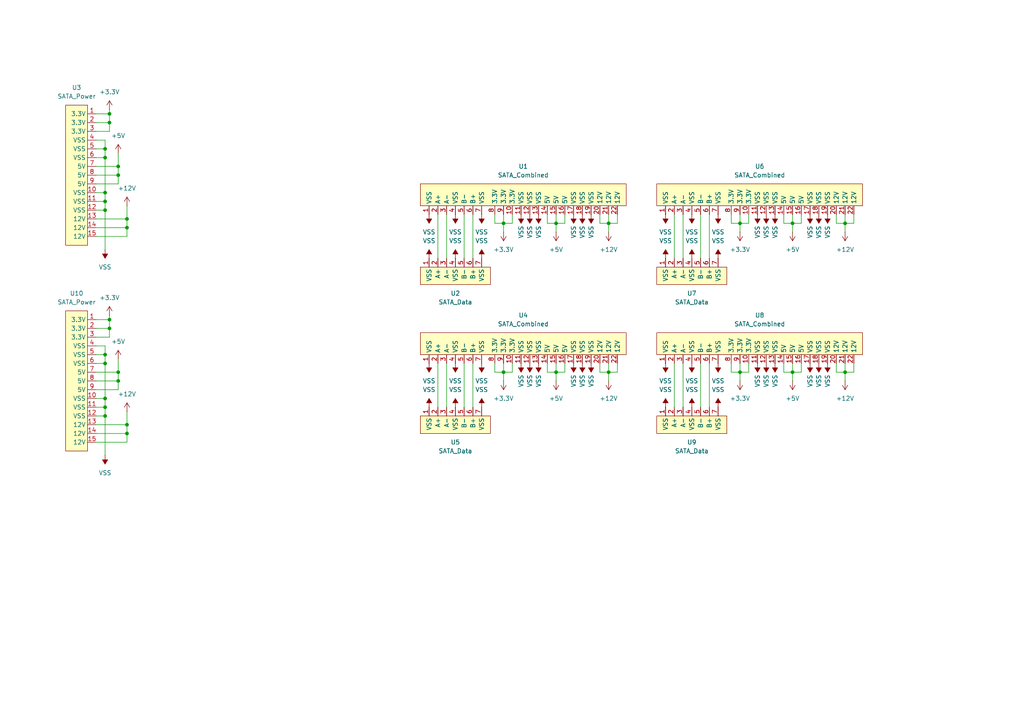
<source format=kicad_sch>
(kicad_sch
	(version 20231120)
	(generator "eeschema")
	(generator_version "8.0")
	(uuid "486f1675-5c9c-437e-ba44-728f11b84837")
	(paper "A4")
	(lib_symbols
		(symbol "UE-Connector:SATA_Combined-22Pin"
			(exclude_from_sim no)
			(in_bom yes)
			(on_board yes)
			(property "Reference" "U"
				(at -1.27 -4.826 0)
				(effects
					(font
						(size 1.27 1.27)
					)
				)
			)
			(property "Value" "SATA_Combined"
				(at -7.874 -7.366 0)
				(effects
					(font
						(size 1.27 1.27)
					)
				)
			)
			(property "Footprint" ""
				(at 0 0 0)
				(effects
					(font
						(size 1.27 1.27)
					)
					(hide yes)
				)
			)
			(property "Datasheet" ""
				(at 0 0 0)
				(effects
					(font
						(size 1.27 1.27)
					)
					(hide yes)
				)
			)
			(property "Description" ""
				(at 0 0 0)
				(effects
					(font
						(size 1.27 1.27)
					)
					(hide yes)
				)
			)
			(symbol "SATA_Combined-22Pin_1_1"
				(rectangle
					(start 0 -2.54)
					(end 59.69 -8.89)
					(stroke
						(width 0)
						(type default)
					)
					(fill
						(type background)
					)
				)
				(pin input line
					(at 2.54 0 270)
					(length 2.54)
					(name "VSS"
						(effects
							(font
								(size 1.27 1.27)
							)
						)
					)
					(number "1"
						(effects
							(font
								(size 1.27 1.27)
							)
						)
					)
				)
				(pin input line
					(at 26.67 0 270)
					(length 2.54)
					(name "3.3V"
						(effects
							(font
								(size 1.27 1.27)
							)
						)
					)
					(number "10"
						(effects
							(font
								(size 1.27 1.27)
							)
						)
					)
				)
				(pin input line
					(at 29.21 0 270)
					(length 2.54)
					(name "VSS"
						(effects
							(font
								(size 1.27 1.27)
							)
						)
					)
					(number "11"
						(effects
							(font
								(size 1.27 1.27)
							)
						)
					)
				)
				(pin input line
					(at 31.75 0 270)
					(length 2.54)
					(name "VSS"
						(effects
							(font
								(size 1.27 1.27)
							)
						)
					)
					(number "12"
						(effects
							(font
								(size 1.27 1.27)
							)
						)
					)
				)
				(pin input line
					(at 34.29 0 270)
					(length 2.54)
					(name "VSS"
						(effects
							(font
								(size 1.27 1.27)
							)
						)
					)
					(number "13"
						(effects
							(font
								(size 1.27 1.27)
							)
						)
					)
				)
				(pin input line
					(at 36.83 0 270)
					(length 2.54)
					(name "5V"
						(effects
							(font
								(size 1.27 1.27)
							)
						)
					)
					(number "14"
						(effects
							(font
								(size 1.27 1.27)
							)
						)
					)
				)
				(pin input line
					(at 39.37 0 270)
					(length 2.54)
					(name "5V"
						(effects
							(font
								(size 1.27 1.27)
							)
						)
					)
					(number "15"
						(effects
							(font
								(size 1.27 1.27)
							)
						)
					)
				)
				(pin input line
					(at 41.91 0 270)
					(length 2.54)
					(name "5V"
						(effects
							(font
								(size 1.27 1.27)
							)
						)
					)
					(number "16"
						(effects
							(font
								(size 1.27 1.27)
							)
						)
					)
				)
				(pin input line
					(at 44.45 0 270)
					(length 2.54)
					(name "VSS"
						(effects
							(font
								(size 1.27 1.27)
							)
						)
					)
					(number "17"
						(effects
							(font
								(size 1.27 1.27)
							)
						)
					)
				)
				(pin input line
					(at 46.99 0 270)
					(length 2.54)
					(name "VSS"
						(effects
							(font
								(size 1.27 1.27)
							)
						)
					)
					(number "18"
						(effects
							(font
								(size 1.27 1.27)
							)
						)
					)
				)
				(pin input line
					(at 49.53 0 270)
					(length 2.54)
					(name "VSS"
						(effects
							(font
								(size 1.27 1.27)
							)
						)
					)
					(number "19"
						(effects
							(font
								(size 1.27 1.27)
							)
						)
					)
				)
				(pin input line
					(at 5.08 0 270)
					(length 2.54)
					(name "A+"
						(effects
							(font
								(size 1.27 1.27)
							)
						)
					)
					(number "2"
						(effects
							(font
								(size 1.27 1.27)
							)
						)
					)
				)
				(pin input line
					(at 52.07 0 270)
					(length 2.54)
					(name "12V"
						(effects
							(font
								(size 1.27 1.27)
							)
						)
					)
					(number "20"
						(effects
							(font
								(size 1.27 1.27)
							)
						)
					)
				)
				(pin input line
					(at 54.61 0 270)
					(length 2.54)
					(name "12V"
						(effects
							(font
								(size 1.27 1.27)
							)
						)
					)
					(number "21"
						(effects
							(font
								(size 1.27 1.27)
							)
						)
					)
				)
				(pin input line
					(at 57.15 0 270)
					(length 2.54)
					(name "12V"
						(effects
							(font
								(size 1.27 1.27)
							)
						)
					)
					(number "22"
						(effects
							(font
								(size 1.27 1.27)
							)
						)
					)
				)
				(pin input line
					(at 7.62 0 270)
					(length 2.54)
					(name "A-"
						(effects
							(font
								(size 1.27 1.27)
							)
						)
					)
					(number "3"
						(effects
							(font
								(size 1.27 1.27)
							)
						)
					)
				)
				(pin input line
					(at 10.16 0 270)
					(length 2.54)
					(name "VSS"
						(effects
							(font
								(size 1.27 1.27)
							)
						)
					)
					(number "4"
						(effects
							(font
								(size 1.27 1.27)
							)
						)
					)
				)
				(pin input line
					(at 12.7 0 270)
					(length 2.54)
					(name "B-"
						(effects
							(font
								(size 1.27 1.27)
							)
						)
					)
					(number "5"
						(effects
							(font
								(size 1.27 1.27)
							)
						)
					)
				)
				(pin input line
					(at 15.24 0 270)
					(length 2.54)
					(name "B+"
						(effects
							(font
								(size 1.27 1.27)
							)
						)
					)
					(number "6"
						(effects
							(font
								(size 1.27 1.27)
							)
						)
					)
				)
				(pin input line
					(at 17.78 0 270)
					(length 2.54)
					(name "VSS"
						(effects
							(font
								(size 1.27 1.27)
							)
						)
					)
					(number "7"
						(effects
							(font
								(size 1.27 1.27)
							)
						)
					)
				)
				(pin input line
					(at 21.59 0 270)
					(length 2.54)
					(name "3.3V"
						(effects
							(font
								(size 1.27 1.27)
							)
						)
					)
					(number "8"
						(effects
							(font
								(size 1.27 1.27)
							)
						)
					)
				)
				(pin input line
					(at 24.13 0 270)
					(length 2.54)
					(name "3.3V"
						(effects
							(font
								(size 1.27 1.27)
							)
						)
					)
					(number "9"
						(effects
							(font
								(size 1.27 1.27)
							)
						)
					)
				)
			)
		)
		(symbol "UE-Connector:SATA_Data-7Pin"
			(exclude_from_sim no)
			(in_bom yes)
			(on_board yes)
			(property "Reference" "U"
				(at -1.016 -4.064 0)
				(effects
					(font
						(size 1.27 1.27)
					)
				)
			)
			(property "Value" "SATA_Data"
				(at -5.334 -6.096 0)
				(effects
					(font
						(size 1.27 1.27)
					)
				)
			)
			(property "Footprint" ""
				(at 0 0 0)
				(effects
					(font
						(size 1.27 1.27)
					)
					(hide yes)
				)
			)
			(property "Datasheet" ""
				(at 0 0 0)
				(effects
					(font
						(size 1.27 1.27)
					)
					(hide yes)
				)
			)
			(property "Description" ""
				(at 0 0 0)
				(effects
					(font
						(size 1.27 1.27)
					)
					(hide yes)
				)
			)
			(symbol "SATA_Data-7Pin_1_1"
				(rectangle
					(start 0 -2.54)
					(end 20.32 -7.62)
					(stroke
						(width 0)
						(type default)
					)
					(fill
						(type background)
					)
				)
				(pin input line
					(at 2.54 0 270)
					(length 2.54)
					(name "VSS"
						(effects
							(font
								(size 1.27 1.27)
							)
						)
					)
					(number "1"
						(effects
							(font
								(size 1.27 1.27)
							)
						)
					)
				)
				(pin input line
					(at 5.08 0 270)
					(length 2.54)
					(name "A+"
						(effects
							(font
								(size 1.27 1.27)
							)
						)
					)
					(number "2"
						(effects
							(font
								(size 1.27 1.27)
							)
						)
					)
				)
				(pin input line
					(at 7.62 0 270)
					(length 2.54)
					(name "A-"
						(effects
							(font
								(size 1.27 1.27)
							)
						)
					)
					(number "3"
						(effects
							(font
								(size 1.27 1.27)
							)
						)
					)
				)
				(pin input line
					(at 10.16 0 270)
					(length 2.54)
					(name "VSS"
						(effects
							(font
								(size 1.27 1.27)
							)
						)
					)
					(number "4"
						(effects
							(font
								(size 1.27 1.27)
							)
						)
					)
				)
				(pin input line
					(at 12.7 0 270)
					(length 2.54)
					(name "B-"
						(effects
							(font
								(size 1.27 1.27)
							)
						)
					)
					(number "5"
						(effects
							(font
								(size 1.27 1.27)
							)
						)
					)
				)
				(pin input line
					(at 15.24 0 270)
					(length 2.54)
					(name "B+"
						(effects
							(font
								(size 1.27 1.27)
							)
						)
					)
					(number "6"
						(effects
							(font
								(size 1.27 1.27)
							)
						)
					)
				)
				(pin input line
					(at 17.78 0 270)
					(length 2.54)
					(name "VSS"
						(effects
							(font
								(size 1.27 1.27)
							)
						)
					)
					(number "7"
						(effects
							(font
								(size 1.27 1.27)
							)
						)
					)
				)
			)
		)
		(symbol "UE-Connector:SATA_Power-15Pin"
			(exclude_from_sim no)
			(in_bom yes)
			(on_board yes)
			(property "Reference" "U"
				(at -1.524 -1.524 0)
				(effects
					(font
						(size 1.27 1.27)
					)
				)
			)
			(property "Value" "SATA_Power"
				(at -6.096 -7.366 0)
				(effects
					(font
						(size 1.27 1.27)
					)
				)
			)
			(property "Footprint" ""
				(at 0 0 0)
				(effects
					(font
						(size 1.27 1.27)
					)
					(hide yes)
				)
			)
			(property "Datasheet" ""
				(at 0 0 0)
				(effects
					(font
						(size 1.27 1.27)
					)
					(hide yes)
				)
			)
			(property "Description" ""
				(at 0 0 0)
				(effects
					(font
						(size 1.27 1.27)
					)
					(hide yes)
				)
			)
			(symbol "SATA_Power-15Pin_1_1"
				(rectangle
					(start 0 -2.54)
					(end 40.64 -8.89)
					(stroke
						(width 0)
						(type default)
					)
					(fill
						(type background)
					)
				)
				(pin input line
					(at 2.54 0 270)
					(length 2.54)
					(name "3.3V"
						(effects
							(font
								(size 1.27 1.27)
							)
						)
					)
					(number "1"
						(effects
							(font
								(size 1.27 1.27)
							)
						)
					)
				)
				(pin input line
					(at 25.4 0 270)
					(length 2.54)
					(name "VSS"
						(effects
							(font
								(size 1.27 1.27)
							)
						)
					)
					(number "10"
						(effects
							(font
								(size 1.27 1.27)
							)
						)
					)
				)
				(pin input line
					(at 27.94 0 270)
					(length 2.54)
					(name "VSS"
						(effects
							(font
								(size 1.27 1.27)
							)
						)
					)
					(number "11"
						(effects
							(font
								(size 1.27 1.27)
							)
						)
					)
				)
				(pin input line
					(at 30.48 0 270)
					(length 2.54)
					(name "VSS"
						(effects
							(font
								(size 1.27 1.27)
							)
						)
					)
					(number "12"
						(effects
							(font
								(size 1.27 1.27)
							)
						)
					)
				)
				(pin input line
					(at 33.02 0 270)
					(length 2.54)
					(name "12V"
						(effects
							(font
								(size 1.27 1.27)
							)
						)
					)
					(number "13"
						(effects
							(font
								(size 1.27 1.27)
							)
						)
					)
				)
				(pin input line
					(at 35.56 0 270)
					(length 2.54)
					(name "12V"
						(effects
							(font
								(size 1.27 1.27)
							)
						)
					)
					(number "14"
						(effects
							(font
								(size 1.27 1.27)
							)
						)
					)
				)
				(pin input line
					(at 38.1 0 270)
					(length 2.54)
					(name "12V"
						(effects
							(font
								(size 1.27 1.27)
							)
						)
					)
					(number "15"
						(effects
							(font
								(size 1.27 1.27)
							)
						)
					)
				)
				(pin input line
					(at 5.08 0 270)
					(length 2.54)
					(name "3.3V"
						(effects
							(font
								(size 1.27 1.27)
							)
						)
					)
					(number "2"
						(effects
							(font
								(size 1.27 1.27)
							)
						)
					)
				)
				(pin input line
					(at 7.62 0 270)
					(length 2.54)
					(name "3.3V"
						(effects
							(font
								(size 1.27 1.27)
							)
						)
					)
					(number "3"
						(effects
							(font
								(size 1.27 1.27)
							)
						)
					)
				)
				(pin input line
					(at 10.16 0 270)
					(length 2.54)
					(name "VSS"
						(effects
							(font
								(size 1.27 1.27)
							)
						)
					)
					(number "4"
						(effects
							(font
								(size 1.27 1.27)
							)
						)
					)
				)
				(pin input line
					(at 12.7 0 270)
					(length 2.54)
					(name "VSS"
						(effects
							(font
								(size 1.27 1.27)
							)
						)
					)
					(number "5"
						(effects
							(font
								(size 1.27 1.27)
							)
						)
					)
				)
				(pin input line
					(at 15.24 0 270)
					(length 2.54)
					(name "VSS"
						(effects
							(font
								(size 1.27 1.27)
							)
						)
					)
					(number "6"
						(effects
							(font
								(size 1.27 1.27)
							)
						)
					)
				)
				(pin input line
					(at 17.78 0 270)
					(length 2.54)
					(name "5V"
						(effects
							(font
								(size 1.27 1.27)
							)
						)
					)
					(number "7"
						(effects
							(font
								(size 1.27 1.27)
							)
						)
					)
				)
				(pin input line
					(at 20.32 0 270)
					(length 2.54)
					(name "5V"
						(effects
							(font
								(size 1.27 1.27)
							)
						)
					)
					(number "8"
						(effects
							(font
								(size 1.27 1.27)
							)
						)
					)
				)
				(pin input line
					(at 22.86 0 270)
					(length 2.54)
					(name "5V"
						(effects
							(font
								(size 1.27 1.27)
							)
						)
					)
					(number "9"
						(effects
							(font
								(size 1.27 1.27)
							)
						)
					)
				)
			)
		)
		(symbol "power:+12V"
			(power)
			(pin_numbers hide)
			(pin_names
				(offset 0) hide)
			(exclude_from_sim no)
			(in_bom yes)
			(on_board yes)
			(property "Reference" "#PWR"
				(at 0 -3.81 0)
				(effects
					(font
						(size 1.27 1.27)
					)
					(hide yes)
				)
			)
			(property "Value" "+12V"
				(at 0 3.556 0)
				(effects
					(font
						(size 1.27 1.27)
					)
				)
			)
			(property "Footprint" ""
				(at 0 0 0)
				(effects
					(font
						(size 1.27 1.27)
					)
					(hide yes)
				)
			)
			(property "Datasheet" ""
				(at 0 0 0)
				(effects
					(font
						(size 1.27 1.27)
					)
					(hide yes)
				)
			)
			(property "Description" "Power symbol creates a global label with name \"+12V\""
				(at 0 0 0)
				(effects
					(font
						(size 1.27 1.27)
					)
					(hide yes)
				)
			)
			(property "ki_keywords" "global power"
				(at 0 0 0)
				(effects
					(font
						(size 1.27 1.27)
					)
					(hide yes)
				)
			)
			(symbol "+12V_0_1"
				(polyline
					(pts
						(xy -0.762 1.27) (xy 0 2.54)
					)
					(stroke
						(width 0)
						(type default)
					)
					(fill
						(type none)
					)
				)
				(polyline
					(pts
						(xy 0 0) (xy 0 2.54)
					)
					(stroke
						(width 0)
						(type default)
					)
					(fill
						(type none)
					)
				)
				(polyline
					(pts
						(xy 0 2.54) (xy 0.762 1.27)
					)
					(stroke
						(width 0)
						(type default)
					)
					(fill
						(type none)
					)
				)
			)
			(symbol "+12V_1_1"
				(pin power_in line
					(at 0 0 90)
					(length 0)
					(name "~"
						(effects
							(font
								(size 1.27 1.27)
							)
						)
					)
					(number "1"
						(effects
							(font
								(size 1.27 1.27)
							)
						)
					)
				)
			)
		)
		(symbol "power:+3.3V"
			(power)
			(pin_numbers hide)
			(pin_names
				(offset 0) hide)
			(exclude_from_sim no)
			(in_bom yes)
			(on_board yes)
			(property "Reference" "#PWR"
				(at 0 -3.81 0)
				(effects
					(font
						(size 1.27 1.27)
					)
					(hide yes)
				)
			)
			(property "Value" "+3.3V"
				(at 0 3.556 0)
				(effects
					(font
						(size 1.27 1.27)
					)
				)
			)
			(property "Footprint" ""
				(at 0 0 0)
				(effects
					(font
						(size 1.27 1.27)
					)
					(hide yes)
				)
			)
			(property "Datasheet" ""
				(at 0 0 0)
				(effects
					(font
						(size 1.27 1.27)
					)
					(hide yes)
				)
			)
			(property "Description" "Power symbol creates a global label with name \"+3.3V\""
				(at 0 0 0)
				(effects
					(font
						(size 1.27 1.27)
					)
					(hide yes)
				)
			)
			(property "ki_keywords" "global power"
				(at 0 0 0)
				(effects
					(font
						(size 1.27 1.27)
					)
					(hide yes)
				)
			)
			(symbol "+3.3V_0_1"
				(polyline
					(pts
						(xy -0.762 1.27) (xy 0 2.54)
					)
					(stroke
						(width 0)
						(type default)
					)
					(fill
						(type none)
					)
				)
				(polyline
					(pts
						(xy 0 0) (xy 0 2.54)
					)
					(stroke
						(width 0)
						(type default)
					)
					(fill
						(type none)
					)
				)
				(polyline
					(pts
						(xy 0 2.54) (xy 0.762 1.27)
					)
					(stroke
						(width 0)
						(type default)
					)
					(fill
						(type none)
					)
				)
			)
			(symbol "+3.3V_1_1"
				(pin power_in line
					(at 0 0 90)
					(length 0)
					(name "~"
						(effects
							(font
								(size 1.27 1.27)
							)
						)
					)
					(number "1"
						(effects
							(font
								(size 1.27 1.27)
							)
						)
					)
				)
			)
		)
		(symbol "power:+5V"
			(power)
			(pin_numbers hide)
			(pin_names
				(offset 0) hide)
			(exclude_from_sim no)
			(in_bom yes)
			(on_board yes)
			(property "Reference" "#PWR"
				(at 0 -3.81 0)
				(effects
					(font
						(size 1.27 1.27)
					)
					(hide yes)
				)
			)
			(property "Value" "+5V"
				(at 0 3.556 0)
				(effects
					(font
						(size 1.27 1.27)
					)
				)
			)
			(property "Footprint" ""
				(at 0 0 0)
				(effects
					(font
						(size 1.27 1.27)
					)
					(hide yes)
				)
			)
			(property "Datasheet" ""
				(at 0 0 0)
				(effects
					(font
						(size 1.27 1.27)
					)
					(hide yes)
				)
			)
			(property "Description" "Power symbol creates a global label with name \"+5V\""
				(at 0 0 0)
				(effects
					(font
						(size 1.27 1.27)
					)
					(hide yes)
				)
			)
			(property "ki_keywords" "global power"
				(at 0 0 0)
				(effects
					(font
						(size 1.27 1.27)
					)
					(hide yes)
				)
			)
			(symbol "+5V_0_1"
				(polyline
					(pts
						(xy -0.762 1.27) (xy 0 2.54)
					)
					(stroke
						(width 0)
						(type default)
					)
					(fill
						(type none)
					)
				)
				(polyline
					(pts
						(xy 0 0) (xy 0 2.54)
					)
					(stroke
						(width 0)
						(type default)
					)
					(fill
						(type none)
					)
				)
				(polyline
					(pts
						(xy 0 2.54) (xy 0.762 1.27)
					)
					(stroke
						(width 0)
						(type default)
					)
					(fill
						(type none)
					)
				)
			)
			(symbol "+5V_1_1"
				(pin power_in line
					(at 0 0 90)
					(length 0)
					(name "~"
						(effects
							(font
								(size 1.27 1.27)
							)
						)
					)
					(number "1"
						(effects
							(font
								(size 1.27 1.27)
							)
						)
					)
				)
			)
		)
		(symbol "power:VSS"
			(power)
			(pin_numbers hide)
			(pin_names
				(offset 0) hide)
			(exclude_from_sim no)
			(in_bom yes)
			(on_board yes)
			(property "Reference" "#PWR"
				(at 0 -3.81 0)
				(effects
					(font
						(size 1.27 1.27)
					)
					(hide yes)
				)
			)
			(property "Value" "VSS"
				(at 0 3.556 0)
				(effects
					(font
						(size 1.27 1.27)
					)
				)
			)
			(property "Footprint" ""
				(at 0 0 0)
				(effects
					(font
						(size 1.27 1.27)
					)
					(hide yes)
				)
			)
			(property "Datasheet" ""
				(at 0 0 0)
				(effects
					(font
						(size 1.27 1.27)
					)
					(hide yes)
				)
			)
			(property "Description" "Power symbol creates a global label with name \"VSS\""
				(at 0 0 0)
				(effects
					(font
						(size 1.27 1.27)
					)
					(hide yes)
				)
			)
			(property "ki_keywords" "global power"
				(at 0 0 0)
				(effects
					(font
						(size 1.27 1.27)
					)
					(hide yes)
				)
			)
			(symbol "VSS_0_1"
				(polyline
					(pts
						(xy 0 0) (xy 0 2.54)
					)
					(stroke
						(width 0)
						(type default)
					)
					(fill
						(type none)
					)
				)
				(polyline
					(pts
						(xy 0.762 1.27) (xy -0.762 1.27) (xy 0 2.54) (xy 0.762 1.27)
					)
					(stroke
						(width 0)
						(type default)
					)
					(fill
						(type outline)
					)
				)
			)
			(symbol "VSS_1_1"
				(pin power_in line
					(at 0 0 90)
					(length 0)
					(name "~"
						(effects
							(font
								(size 1.27 1.27)
							)
						)
					)
					(number "1"
						(effects
							(font
								(size 1.27 1.27)
							)
						)
					)
				)
			)
		)
	)
	(junction
		(at 146.05 64.77)
		(diameter 0)
		(color 0 0 0 0)
		(uuid "001b6ec4-b21b-4df2-9619-854ad066c086")
	)
	(junction
		(at 30.48 102.87)
		(diameter 0)
		(color 0 0 0 0)
		(uuid "1d7ea7ea-d5c8-4313-9289-6d5620c00070")
	)
	(junction
		(at 30.48 118.11)
		(diameter 0)
		(color 0 0 0 0)
		(uuid "1f3ec4f6-f41d-46c6-bdb3-860cfbff69fa")
	)
	(junction
		(at 36.83 66.04)
		(diameter 0)
		(color 0 0 0 0)
		(uuid "28ccd47b-c435-461c-a997-43d335abfb20")
	)
	(junction
		(at 31.75 95.25)
		(diameter 0)
		(color 0 0 0 0)
		(uuid "4a25af64-8ea6-4687-967a-cb85189da821")
	)
	(junction
		(at 34.29 110.49)
		(diameter 0)
		(color 0 0 0 0)
		(uuid "4bdbe304-f99a-403c-928f-918b3f622ccd")
	)
	(junction
		(at 31.75 35.56)
		(diameter 0)
		(color 0 0 0 0)
		(uuid "55c7534e-9340-489c-899f-b0e170b1e285")
	)
	(junction
		(at 30.48 105.41)
		(diameter 0)
		(color 0 0 0 0)
		(uuid "55d2c368-e66d-40d5-a3fa-f1297aa92c44")
	)
	(junction
		(at 30.48 58.42)
		(diameter 0)
		(color 0 0 0 0)
		(uuid "5627b4b9-91fb-4bbb-8f14-236fa5676c5b")
	)
	(junction
		(at 161.29 64.77)
		(diameter 0)
		(color 0 0 0 0)
		(uuid "58cb7416-4149-44d1-88bb-1a7d72df1ca7")
	)
	(junction
		(at 229.87 64.77)
		(diameter 0)
		(color 0 0 0 0)
		(uuid "58d0bfba-1e83-407f-96df-0fed2bb6c8be")
	)
	(junction
		(at 245.11 64.77)
		(diameter 0)
		(color 0 0 0 0)
		(uuid "592db3aa-7692-4bc1-87e2-16fdf47f4991")
	)
	(junction
		(at 36.83 125.73)
		(diameter 0)
		(color 0 0 0 0)
		(uuid "5fd74bea-6c6d-4e6a-9aff-033adb41d39d")
	)
	(junction
		(at 30.48 55.88)
		(diameter 0)
		(color 0 0 0 0)
		(uuid "61c10cb8-969f-4c14-a811-c9f582efee95")
	)
	(junction
		(at 30.48 43.18)
		(diameter 0)
		(color 0 0 0 0)
		(uuid "65303a2c-1e8b-499b-88ff-ccb3ae5b2614")
	)
	(junction
		(at 31.75 92.71)
		(diameter 0)
		(color 0 0 0 0)
		(uuid "66528605-d454-4355-9a65-a24a4fbc7bb2")
	)
	(junction
		(at 36.83 123.19)
		(diameter 0)
		(color 0 0 0 0)
		(uuid "66976a17-d318-42d9-b577-eb5a79c523bd")
	)
	(junction
		(at 34.29 107.95)
		(diameter 0)
		(color 0 0 0 0)
		(uuid "67ee0f3d-f745-46ec-9cf4-a4801a860f0d")
	)
	(junction
		(at 34.29 48.26)
		(diameter 0)
		(color 0 0 0 0)
		(uuid "74ff29c6-a4a3-4e64-a0cd-6ffc1e677df5")
	)
	(junction
		(at 176.53 64.77)
		(diameter 0)
		(color 0 0 0 0)
		(uuid "775af21d-42a2-4a09-a830-bcc96ae07b13")
	)
	(junction
		(at 176.53 107.95)
		(diameter 0)
		(color 0 0 0 0)
		(uuid "8b700de6-2139-4b7a-a515-6a92f317ea3d")
	)
	(junction
		(at 245.11 107.95)
		(diameter 0)
		(color 0 0 0 0)
		(uuid "8e4d9d30-dc99-4778-b126-30e595bd84fc")
	)
	(junction
		(at 30.48 120.65)
		(diameter 0)
		(color 0 0 0 0)
		(uuid "98517c74-26b7-4cd5-b744-5a31cc1f42b6")
	)
	(junction
		(at 36.83 63.5)
		(diameter 0)
		(color 0 0 0 0)
		(uuid "aaf9bc03-3d5a-4e9b-9e07-9bd2173119c5")
	)
	(junction
		(at 214.63 107.95)
		(diameter 0)
		(color 0 0 0 0)
		(uuid "b18ea85a-7a0c-4f94-a63b-45273d22ea1e")
	)
	(junction
		(at 31.75 33.02)
		(diameter 0)
		(color 0 0 0 0)
		(uuid "b310d8b1-178a-4ec6-bf64-cbcea83207a1")
	)
	(junction
		(at 30.48 45.72)
		(diameter 0)
		(color 0 0 0 0)
		(uuid "b38378b5-ef22-424f-a729-85013958324f")
	)
	(junction
		(at 30.48 115.57)
		(diameter 0)
		(color 0 0 0 0)
		(uuid "b81e9edb-d873-42b4-b1d9-8cd4a22c7ace")
	)
	(junction
		(at 214.63 64.77)
		(diameter 0)
		(color 0 0 0 0)
		(uuid "ba6b4501-6830-4da3-81c6-02306ca29856")
	)
	(junction
		(at 161.29 107.95)
		(diameter 0)
		(color 0 0 0 0)
		(uuid "bee452cc-cf90-4f23-b4e9-641edecff7f1")
	)
	(junction
		(at 146.05 107.95)
		(diameter 0)
		(color 0 0 0 0)
		(uuid "c262e910-ab41-4e1e-ae20-4aed99da0a84")
	)
	(junction
		(at 229.87 107.95)
		(diameter 0)
		(color 0 0 0 0)
		(uuid "c98423c0-b02a-4a3d-b2f4-3d48dfcd454f")
	)
	(junction
		(at 34.29 50.8)
		(diameter 0)
		(color 0 0 0 0)
		(uuid "dfd5746d-644f-4b21-913f-e785dfc718ed")
	)
	(junction
		(at 30.48 60.96)
		(diameter 0)
		(color 0 0 0 0)
		(uuid "e3e3919b-53fe-4e76-89e1-7b8e7b68537a")
	)
	(wire
		(pts
			(xy 205.74 62.23) (xy 205.74 74.93)
		)
		(stroke
			(width 0)
			(type default)
		)
		(uuid "00905736-235f-4ff6-90a1-abea96bea5b6")
	)
	(wire
		(pts
			(xy 31.75 35.56) (xy 31.75 33.02)
		)
		(stroke
			(width 0)
			(type default)
		)
		(uuid "07471823-7066-484e-a459-78a09c4f4828")
	)
	(wire
		(pts
			(xy 27.94 92.71) (xy 31.75 92.71)
		)
		(stroke
			(width 0)
			(type default)
		)
		(uuid "086a16da-29cf-4e51-a47c-44ecbed17e5a")
	)
	(wire
		(pts
			(xy 245.11 64.77) (xy 247.65 64.77)
		)
		(stroke
			(width 0)
			(type default)
		)
		(uuid "0875cdfb-6e98-4aa7-a9a0-7c6ee06253fd")
	)
	(wire
		(pts
			(xy 137.16 62.23) (xy 137.16 74.93)
		)
		(stroke
			(width 0)
			(type default)
		)
		(uuid "0c38614b-4f52-4f9e-a886-ea1f886505fe")
	)
	(wire
		(pts
			(xy 30.48 58.42) (xy 30.48 60.96)
		)
		(stroke
			(width 0)
			(type default)
		)
		(uuid "0cf7a97a-a781-4a6a-abbe-f99d2026c6f8")
	)
	(wire
		(pts
			(xy 36.83 123.19) (xy 36.83 119.38)
		)
		(stroke
			(width 0)
			(type default)
		)
		(uuid "0e1b50b4-2aff-4edd-8685-b2fd178d2abc")
	)
	(wire
		(pts
			(xy 137.16 105.41) (xy 137.16 118.11)
		)
		(stroke
			(width 0)
			(type default)
		)
		(uuid "12ee11d0-db7a-4ed1-9639-1babb5bf6a56")
	)
	(wire
		(pts
			(xy 27.94 128.27) (xy 36.83 128.27)
		)
		(stroke
			(width 0)
			(type default)
		)
		(uuid "14d78bea-d7d7-462b-b90c-1739c3286576")
	)
	(wire
		(pts
			(xy 217.17 64.77) (xy 217.17 62.23)
		)
		(stroke
			(width 0)
			(type default)
		)
		(uuid "14e37c8f-0fe9-404e-bb09-36cd48ae926a")
	)
	(wire
		(pts
			(xy 27.94 68.58) (xy 36.83 68.58)
		)
		(stroke
			(width 0)
			(type default)
		)
		(uuid "17bb591e-1945-4b63-9d5e-eb5ac6b9c9e1")
	)
	(wire
		(pts
			(xy 31.75 38.1) (xy 31.75 35.56)
		)
		(stroke
			(width 0)
			(type default)
		)
		(uuid "19a8fb5d-53fd-4d17-8059-1480ef67c1fd")
	)
	(wire
		(pts
			(xy 179.07 105.41) (xy 179.07 107.95)
		)
		(stroke
			(width 0)
			(type default)
		)
		(uuid "19d38f2d-7b7b-4704-8e8b-6eae88c4c940")
	)
	(wire
		(pts
			(xy 163.83 62.23) (xy 163.83 64.77)
		)
		(stroke
			(width 0)
			(type default)
		)
		(uuid "19ea055b-118a-4a9e-b28a-1f52598b3e0e")
	)
	(wire
		(pts
			(xy 173.99 64.77) (xy 176.53 64.77)
		)
		(stroke
			(width 0)
			(type default)
		)
		(uuid "1ad6b6f0-db02-4846-bede-d8cba839ee83")
	)
	(wire
		(pts
			(xy 31.75 33.02) (xy 31.75 31.75)
		)
		(stroke
			(width 0)
			(type default)
		)
		(uuid "1d3397f0-6ec4-4e8d-aaf6-966d1262edc1")
	)
	(wire
		(pts
			(xy 161.29 105.41) (xy 161.29 107.95)
		)
		(stroke
			(width 0)
			(type default)
		)
		(uuid "1ff70d02-9db2-4109-b99a-5597d12e321e")
	)
	(wire
		(pts
			(xy 212.09 107.95) (xy 214.63 107.95)
		)
		(stroke
			(width 0)
			(type default)
		)
		(uuid "22a2d0a2-6553-4488-9efc-b08e71cab658")
	)
	(wire
		(pts
			(xy 27.94 55.88) (xy 30.48 55.88)
		)
		(stroke
			(width 0)
			(type default)
		)
		(uuid "25488bb9-5d2b-40dc-9349-bb388b7b47e7")
	)
	(wire
		(pts
			(xy 163.83 105.41) (xy 163.83 107.95)
		)
		(stroke
			(width 0)
			(type default)
		)
		(uuid "28345fe8-0bb2-4799-9548-e6b8cdfa855f")
	)
	(wire
		(pts
			(xy 158.75 64.77) (xy 161.29 64.77)
		)
		(stroke
			(width 0)
			(type default)
		)
		(uuid "283ca402-52c7-4eb5-89a8-9dcee7d70184")
	)
	(wire
		(pts
			(xy 27.94 113.03) (xy 34.29 113.03)
		)
		(stroke
			(width 0)
			(type default)
		)
		(uuid "29038339-95ee-4799-8ec5-04882a63727e")
	)
	(wire
		(pts
			(xy 229.87 62.23) (xy 229.87 64.77)
		)
		(stroke
			(width 0)
			(type default)
		)
		(uuid "2d208eb2-b3be-4f25-8545-fea26ac37ba7")
	)
	(wire
		(pts
			(xy 143.51 107.95) (xy 146.05 107.95)
		)
		(stroke
			(width 0)
			(type default)
		)
		(uuid "2da31d48-61c3-42b9-b0d6-d1f39381ea9a")
	)
	(wire
		(pts
			(xy 245.11 107.95) (xy 245.11 110.49)
		)
		(stroke
			(width 0)
			(type default)
		)
		(uuid "30ce7575-bdfb-4ea2-b4bf-63233169ea5b")
	)
	(wire
		(pts
			(xy 36.83 125.73) (xy 36.83 123.19)
		)
		(stroke
			(width 0)
			(type default)
		)
		(uuid "32b74fa4-0a11-4a86-abaf-6932a00b9d44")
	)
	(wire
		(pts
			(xy 27.94 123.19) (xy 36.83 123.19)
		)
		(stroke
			(width 0)
			(type default)
		)
		(uuid "3317d9fd-f29e-4d3e-b0e5-6d2bcd9ef5a6")
	)
	(wire
		(pts
			(xy 173.99 107.95) (xy 176.53 107.95)
		)
		(stroke
			(width 0)
			(type default)
		)
		(uuid "3423971a-62b0-45b0-8c76-d6831d96d997")
	)
	(wire
		(pts
			(xy 242.57 64.77) (xy 245.11 64.77)
		)
		(stroke
			(width 0)
			(type default)
		)
		(uuid "3595e8b9-e8f0-4d57-ad72-2126b88b287d")
	)
	(wire
		(pts
			(xy 34.29 48.26) (xy 34.29 44.45)
		)
		(stroke
			(width 0)
			(type default)
		)
		(uuid "372af6cd-021c-4190-b0aa-09916adc38eb")
	)
	(wire
		(pts
			(xy 214.63 64.77) (xy 214.63 67.31)
		)
		(stroke
			(width 0)
			(type default)
		)
		(uuid "3bc0e54a-9773-4deb-b614-89a70b6fbfbf")
	)
	(wire
		(pts
			(xy 27.94 58.42) (xy 30.48 58.42)
		)
		(stroke
			(width 0)
			(type default)
		)
		(uuid "3c889693-9fc7-42ed-8784-9a38ef10914e")
	)
	(wire
		(pts
			(xy 127 62.23) (xy 127 74.93)
		)
		(stroke
			(width 0)
			(type default)
		)
		(uuid "3df308d5-d07a-4f8e-87e2-232aa5e49ee6")
	)
	(wire
		(pts
			(xy 161.29 62.23) (xy 161.29 64.77)
		)
		(stroke
			(width 0)
			(type default)
		)
		(uuid "400de8f8-2932-47c3-a288-f6bd3712f30e")
	)
	(wire
		(pts
			(xy 198.12 62.23) (xy 198.12 74.93)
		)
		(stroke
			(width 0)
			(type default)
		)
		(uuid "42220518-96b6-4c52-b4fd-89a02a52f7f5")
	)
	(wire
		(pts
			(xy 27.94 110.49) (xy 34.29 110.49)
		)
		(stroke
			(width 0)
			(type default)
		)
		(uuid "43994514-baef-41a7-aef8-9049e9adbffe")
	)
	(wire
		(pts
			(xy 176.53 64.77) (xy 179.07 64.77)
		)
		(stroke
			(width 0)
			(type default)
		)
		(uuid "43bcf2b1-4a00-4352-942c-9e7304a5ddcd")
	)
	(wire
		(pts
			(xy 148.59 64.77) (xy 148.59 62.23)
		)
		(stroke
			(width 0)
			(type default)
		)
		(uuid "44d6462c-a332-410f-8e97-f64b3832af1e")
	)
	(wire
		(pts
			(xy 27.94 53.34) (xy 34.29 53.34)
		)
		(stroke
			(width 0)
			(type default)
		)
		(uuid "45150a18-e1ed-4273-899f-40944b47a109")
	)
	(wire
		(pts
			(xy 146.05 62.23) (xy 146.05 64.77)
		)
		(stroke
			(width 0)
			(type default)
		)
		(uuid "46e28f83-ddd0-4a63-bf14-308e19b1de71")
	)
	(wire
		(pts
			(xy 31.75 97.79) (xy 31.75 95.25)
		)
		(stroke
			(width 0)
			(type default)
		)
		(uuid "4883bc37-5f8a-4f5a-8432-6275c142e710")
	)
	(wire
		(pts
			(xy 212.09 64.77) (xy 214.63 64.77)
		)
		(stroke
			(width 0)
			(type default)
		)
		(uuid "4c78d286-acb6-4d6c-94fb-9b9ceb578038")
	)
	(wire
		(pts
			(xy 31.75 92.71) (xy 31.75 91.44)
		)
		(stroke
			(width 0)
			(type default)
		)
		(uuid "4ddc4882-2273-46f9-ab0c-8a21e20e6ec4")
	)
	(wire
		(pts
			(xy 245.11 64.77) (xy 245.11 67.31)
		)
		(stroke
			(width 0)
			(type default)
		)
		(uuid "4e8cf5c8-b4c2-4fa1-b3bd-7e6c4dd39699")
	)
	(wire
		(pts
			(xy 148.59 107.95) (xy 148.59 105.41)
		)
		(stroke
			(width 0)
			(type default)
		)
		(uuid "4ec5ba62-9969-4058-8b35-199e522ac027")
	)
	(wire
		(pts
			(xy 27.94 50.8) (xy 34.29 50.8)
		)
		(stroke
			(width 0)
			(type default)
		)
		(uuid "5658d663-bf4f-4c6c-9001-55a939a878cc")
	)
	(wire
		(pts
			(xy 229.87 64.77) (xy 232.41 64.77)
		)
		(stroke
			(width 0)
			(type default)
		)
		(uuid "57acde97-997e-461f-84be-cc9d0f5d1ccd")
	)
	(wire
		(pts
			(xy 134.62 105.41) (xy 134.62 118.11)
		)
		(stroke
			(width 0)
			(type default)
		)
		(uuid "58185c2c-8f3b-4f54-9dfb-bb56fb8ba281")
	)
	(wire
		(pts
			(xy 30.48 100.33) (xy 30.48 102.87)
		)
		(stroke
			(width 0)
			(type default)
		)
		(uuid "5f8d30e9-b439-494d-a7cb-473f8b25bcf0")
	)
	(wire
		(pts
			(xy 36.83 66.04) (xy 36.83 63.5)
		)
		(stroke
			(width 0)
			(type default)
		)
		(uuid "628251d8-747f-4a69-ba7b-1cafa2c53459")
	)
	(wire
		(pts
			(xy 176.53 107.95) (xy 176.53 110.49)
		)
		(stroke
			(width 0)
			(type default)
		)
		(uuid "647781e0-cb6b-4d7e-8a9d-b9ad79c3525d")
	)
	(wire
		(pts
			(xy 27.94 100.33) (xy 30.48 100.33)
		)
		(stroke
			(width 0)
			(type default)
		)
		(uuid "6638d458-bcaf-471a-b991-181dc23fac73")
	)
	(wire
		(pts
			(xy 176.53 62.23) (xy 176.53 64.77)
		)
		(stroke
			(width 0)
			(type default)
		)
		(uuid "6767a863-75f8-4c58-9e60-0fa18bcace05")
	)
	(wire
		(pts
			(xy 30.48 120.65) (xy 30.48 132.08)
		)
		(stroke
			(width 0)
			(type default)
		)
		(uuid "6b063432-c971-4b63-8fb8-0f316245daae")
	)
	(wire
		(pts
			(xy 30.48 115.57) (xy 30.48 118.11)
		)
		(stroke
			(width 0)
			(type default)
		)
		(uuid "6b624b21-3ce3-4f77-ac78-2b19a4397ca3")
	)
	(wire
		(pts
			(xy 36.83 63.5) (xy 36.83 59.69)
		)
		(stroke
			(width 0)
			(type default)
		)
		(uuid "6ccc4b7f-3889-4b5a-b91c-3b0497ca8d23")
	)
	(wire
		(pts
			(xy 127 105.41) (xy 127 118.11)
		)
		(stroke
			(width 0)
			(type default)
		)
		(uuid "6fa81362-6cfd-43a5-babb-2d2e9001034a")
	)
	(wire
		(pts
			(xy 229.87 105.41) (xy 229.87 107.95)
		)
		(stroke
			(width 0)
			(type default)
		)
		(uuid "75ea41b8-09af-454a-870d-6c61a9617cd3")
	)
	(wire
		(pts
			(xy 245.11 105.41) (xy 245.11 107.95)
		)
		(stroke
			(width 0)
			(type default)
		)
		(uuid "76f567ad-0890-4766-8f42-e4ba52cce0e9")
	)
	(wire
		(pts
			(xy 245.11 62.23) (xy 245.11 64.77)
		)
		(stroke
			(width 0)
			(type default)
		)
		(uuid "7a171397-fecf-4726-9637-bbd4e70d8462")
	)
	(wire
		(pts
			(xy 27.94 102.87) (xy 30.48 102.87)
		)
		(stroke
			(width 0)
			(type default)
		)
		(uuid "7a8d13cf-6e50-43d6-bc47-e79ef84a2843")
	)
	(wire
		(pts
			(xy 30.48 55.88) (xy 30.48 58.42)
		)
		(stroke
			(width 0)
			(type default)
		)
		(uuid "7ca478ac-1957-45a7-9ffa-71aed7bbd639")
	)
	(wire
		(pts
			(xy 161.29 64.77) (xy 163.83 64.77)
		)
		(stroke
			(width 0)
			(type default)
		)
		(uuid "7fa0ee9e-13a6-4e11-bacc-004ce1289610")
	)
	(wire
		(pts
			(xy 176.53 105.41) (xy 176.53 107.95)
		)
		(stroke
			(width 0)
			(type default)
		)
		(uuid "814328c9-5fc1-436a-a9c5-3c9fb5c924ec")
	)
	(wire
		(pts
			(xy 161.29 107.95) (xy 161.29 110.49)
		)
		(stroke
			(width 0)
			(type default)
		)
		(uuid "81a48236-e9e5-4aa2-9878-367c266d5381")
	)
	(wire
		(pts
			(xy 212.09 105.41) (xy 212.09 107.95)
		)
		(stroke
			(width 0)
			(type default)
		)
		(uuid "826d650c-4e58-416e-a7f3-95e71e662064")
	)
	(wire
		(pts
			(xy 158.75 107.95) (xy 161.29 107.95)
		)
		(stroke
			(width 0)
			(type default)
		)
		(uuid "83fe9b24-7836-4cbe-ab30-8486ca742301")
	)
	(wire
		(pts
			(xy 205.74 105.41) (xy 205.74 118.11)
		)
		(stroke
			(width 0)
			(type default)
		)
		(uuid "867a833d-84a7-42a7-8cb7-d11161a54ee2")
	)
	(wire
		(pts
			(xy 212.09 62.23) (xy 212.09 64.77)
		)
		(stroke
			(width 0)
			(type default)
		)
		(uuid "867feaa3-0c4c-4b8c-b6aa-7f2aa69414bb")
	)
	(wire
		(pts
			(xy 247.65 62.23) (xy 247.65 64.77)
		)
		(stroke
			(width 0)
			(type default)
		)
		(uuid "880fa5bf-23c6-4f53-a7e3-52edc152f219")
	)
	(wire
		(pts
			(xy 31.75 95.25) (xy 31.75 92.71)
		)
		(stroke
			(width 0)
			(type default)
		)
		(uuid "88f4218a-7aca-41ae-8625-401e0897b1a6")
	)
	(wire
		(pts
			(xy 179.07 62.23) (xy 179.07 64.77)
		)
		(stroke
			(width 0)
			(type default)
		)
		(uuid "8a708310-34b4-4859-af3a-a9a3d1df7988")
	)
	(wire
		(pts
			(xy 242.57 105.41) (xy 242.57 107.95)
		)
		(stroke
			(width 0)
			(type default)
		)
		(uuid "8b04ea23-2fbe-4350-b4c7-cb1a1f17ad17")
	)
	(wire
		(pts
			(xy 27.94 105.41) (xy 30.48 105.41)
		)
		(stroke
			(width 0)
			(type default)
		)
		(uuid "8c5b797c-7498-4560-b5ca-49bc7063ce6c")
	)
	(wire
		(pts
			(xy 203.2 105.41) (xy 203.2 118.11)
		)
		(stroke
			(width 0)
			(type default)
		)
		(uuid "8c7a32fa-3310-4442-8919-cfda3e8a4cd9")
	)
	(wire
		(pts
			(xy 245.11 107.95) (xy 247.65 107.95)
		)
		(stroke
			(width 0)
			(type default)
		)
		(uuid "8dfdac39-62da-414e-85a3-db0fc3e99e17")
	)
	(wire
		(pts
			(xy 143.51 105.41) (xy 143.51 107.95)
		)
		(stroke
			(width 0)
			(type default)
		)
		(uuid "934c9c59-799a-433f-8e2f-e6065e336d5b")
	)
	(wire
		(pts
			(xy 146.05 64.77) (xy 148.59 64.77)
		)
		(stroke
			(width 0)
			(type default)
		)
		(uuid "96f34c4c-178e-4712-a890-d38f820f4fe9")
	)
	(wire
		(pts
			(xy 30.48 40.64) (xy 30.48 43.18)
		)
		(stroke
			(width 0)
			(type default)
		)
		(uuid "979f9966-77d5-4a3d-8ffd-114386e72ca2")
	)
	(wire
		(pts
			(xy 203.2 62.23) (xy 203.2 74.93)
		)
		(stroke
			(width 0)
			(type default)
		)
		(uuid "9901d584-63fb-4b02-936b-589fb48b1072")
	)
	(wire
		(pts
			(xy 214.63 107.95) (xy 217.17 107.95)
		)
		(stroke
			(width 0)
			(type default)
		)
		(uuid "99f6ab68-6e74-4dc9-82eb-20dff66f14d5")
	)
	(wire
		(pts
			(xy 247.65 105.41) (xy 247.65 107.95)
		)
		(stroke
			(width 0)
			(type default)
		)
		(uuid "99fe53ed-74ea-476c-9da4-2f18b15f91aa")
	)
	(wire
		(pts
			(xy 195.58 105.41) (xy 195.58 118.11)
		)
		(stroke
			(width 0)
			(type default)
		)
		(uuid "9b1b9c82-d13f-43da-88a9-136406e67df0")
	)
	(wire
		(pts
			(xy 161.29 64.77) (xy 161.29 67.31)
		)
		(stroke
			(width 0)
			(type default)
		)
		(uuid "9b350d62-0be1-4693-84dd-75ea53798493")
	)
	(wire
		(pts
			(xy 214.63 107.95) (xy 214.63 110.49)
		)
		(stroke
			(width 0)
			(type default)
		)
		(uuid "9c8283c9-cc34-486c-a5cb-36e3fa5bf609")
	)
	(wire
		(pts
			(xy 198.12 105.41) (xy 198.12 118.11)
		)
		(stroke
			(width 0)
			(type default)
		)
		(uuid "9e12cc26-3c6a-4d8a-97a0-62058de6c248")
	)
	(wire
		(pts
			(xy 27.94 63.5) (xy 36.83 63.5)
		)
		(stroke
			(width 0)
			(type default)
		)
		(uuid "9e3551b2-1e3b-4160-a0a3-3e8ceb7144a8")
	)
	(wire
		(pts
			(xy 146.05 107.95) (xy 146.05 110.49)
		)
		(stroke
			(width 0)
			(type default)
		)
		(uuid "9ee9180b-44f8-4630-97f0-4f2ef8088ee1")
	)
	(wire
		(pts
			(xy 229.87 64.77) (xy 229.87 67.31)
		)
		(stroke
			(width 0)
			(type default)
		)
		(uuid "9f49ef9c-eb66-48b2-9955-aba92fea1863")
	)
	(wire
		(pts
			(xy 27.94 43.18) (xy 30.48 43.18)
		)
		(stroke
			(width 0)
			(type default)
		)
		(uuid "a0d62ff0-f2ef-4c45-9d6c-0348603cf58d")
	)
	(wire
		(pts
			(xy 176.53 64.77) (xy 176.53 67.31)
		)
		(stroke
			(width 0)
			(type default)
		)
		(uuid "a1db594e-9ced-4b26-958c-8ca8a7515f9e")
	)
	(wire
		(pts
			(xy 27.94 118.11) (xy 30.48 118.11)
		)
		(stroke
			(width 0)
			(type default)
		)
		(uuid "a23f2778-b6ab-4a0f-bac9-54727a7cfcad")
	)
	(wire
		(pts
			(xy 27.94 60.96) (xy 30.48 60.96)
		)
		(stroke
			(width 0)
			(type default)
		)
		(uuid "a2c28661-dedc-4c3f-a75d-fc4a05c9e210")
	)
	(wire
		(pts
			(xy 27.94 115.57) (xy 30.48 115.57)
		)
		(stroke
			(width 0)
			(type default)
		)
		(uuid "a4c56eb5-414e-43a0-902b-f82d2e0cc9cc")
	)
	(wire
		(pts
			(xy 30.48 102.87) (xy 30.48 105.41)
		)
		(stroke
			(width 0)
			(type default)
		)
		(uuid "ac6211d5-c4eb-4c94-9100-f1475102f48a")
	)
	(wire
		(pts
			(xy 30.48 43.18) (xy 30.48 45.72)
		)
		(stroke
			(width 0)
			(type default)
		)
		(uuid "aee711ef-ead7-4b81-905e-4f4b5b441402")
	)
	(wire
		(pts
			(xy 232.41 62.23) (xy 232.41 64.77)
		)
		(stroke
			(width 0)
			(type default)
		)
		(uuid "b26fc346-1356-41da-b5ed-f8919734e4f2")
	)
	(wire
		(pts
			(xy 214.63 105.41) (xy 214.63 107.95)
		)
		(stroke
			(width 0)
			(type default)
		)
		(uuid "b52167a3-0960-4539-b0da-3bc80c48b914")
	)
	(wire
		(pts
			(xy 229.87 107.95) (xy 232.41 107.95)
		)
		(stroke
			(width 0)
			(type default)
		)
		(uuid "b52b0cd2-f91b-4d1f-8b05-8627ea5a418a")
	)
	(wire
		(pts
			(xy 27.94 35.56) (xy 31.75 35.56)
		)
		(stroke
			(width 0)
			(type default)
		)
		(uuid "b66dc4cc-4415-41d8-8577-d56309194790")
	)
	(wire
		(pts
			(xy 27.94 107.95) (xy 34.29 107.95)
		)
		(stroke
			(width 0)
			(type default)
		)
		(uuid "b76c262e-01c4-42ca-8f39-00952ab474f3")
	)
	(wire
		(pts
			(xy 36.83 68.58) (xy 36.83 66.04)
		)
		(stroke
			(width 0)
			(type default)
		)
		(uuid "b795a19a-8679-4e93-8018-ce87d000d822")
	)
	(wire
		(pts
			(xy 34.29 113.03) (xy 34.29 110.49)
		)
		(stroke
			(width 0)
			(type default)
		)
		(uuid "b8d559e9-8bb1-49aa-b7ed-595b68d8d0fb")
	)
	(wire
		(pts
			(xy 217.17 107.95) (xy 217.17 105.41)
		)
		(stroke
			(width 0)
			(type default)
		)
		(uuid "bace3d3f-6af6-484e-a6a9-5b17e2bbb0c5")
	)
	(wire
		(pts
			(xy 143.51 64.77) (xy 146.05 64.77)
		)
		(stroke
			(width 0)
			(type default)
		)
		(uuid "bbb839b3-f805-4d7e-9d84-fd1c77efb823")
	)
	(wire
		(pts
			(xy 158.75 105.41) (xy 158.75 107.95)
		)
		(stroke
			(width 0)
			(type default)
		)
		(uuid "bbdf45a8-9c6d-4094-af7b-f91cb60c083e")
	)
	(wire
		(pts
			(xy 30.48 60.96) (xy 30.48 72.39)
		)
		(stroke
			(width 0)
			(type default)
		)
		(uuid "bccf3e52-ef09-49bb-8f09-78d9b936307b")
	)
	(wire
		(pts
			(xy 173.99 62.23) (xy 173.99 64.77)
		)
		(stroke
			(width 0)
			(type default)
		)
		(uuid "bd1e4dc4-56dd-49c7-8831-9ca1cbe611db")
	)
	(wire
		(pts
			(xy 214.63 64.77) (xy 217.17 64.77)
		)
		(stroke
			(width 0)
			(type default)
		)
		(uuid "bf44db34-1655-4aba-9853-6add844e0545")
	)
	(wire
		(pts
			(xy 146.05 107.95) (xy 148.59 107.95)
		)
		(stroke
			(width 0)
			(type default)
		)
		(uuid "c1970edc-90bf-436d-b7e7-b6cf2a23b3be")
	)
	(wire
		(pts
			(xy 242.57 62.23) (xy 242.57 64.77)
		)
		(stroke
			(width 0)
			(type default)
		)
		(uuid "c40764ad-4b92-4706-84c3-5d83aa395f07")
	)
	(wire
		(pts
			(xy 134.62 62.23) (xy 134.62 74.93)
		)
		(stroke
			(width 0)
			(type default)
		)
		(uuid "c58c335a-ca90-4c27-8bdc-483a0c08c2c9")
	)
	(wire
		(pts
			(xy 34.29 50.8) (xy 34.29 48.26)
		)
		(stroke
			(width 0)
			(type default)
		)
		(uuid "c5f5df68-16ea-4d9f-ada5-e426af5cf16d")
	)
	(wire
		(pts
			(xy 195.58 62.23) (xy 195.58 74.93)
		)
		(stroke
			(width 0)
			(type default)
		)
		(uuid "c6cde33e-712e-4105-9953-6fefef4020d0")
	)
	(wire
		(pts
			(xy 227.33 105.41) (xy 227.33 107.95)
		)
		(stroke
			(width 0)
			(type default)
		)
		(uuid "ca179730-3baf-4170-b383-97fc425ae7fc")
	)
	(wire
		(pts
			(xy 36.83 128.27) (xy 36.83 125.73)
		)
		(stroke
			(width 0)
			(type default)
		)
		(uuid "cbcb9323-580d-4d4b-99af-13d6304966bb")
	)
	(wire
		(pts
			(xy 27.94 97.79) (xy 31.75 97.79)
		)
		(stroke
			(width 0)
			(type default)
		)
		(uuid "ccacf6fa-e9f3-45d6-a61b-57ea362a34cc")
	)
	(wire
		(pts
			(xy 232.41 105.41) (xy 232.41 107.95)
		)
		(stroke
			(width 0)
			(type default)
		)
		(uuid "cda0cad5-30b0-4ef6-88e3-0adb7d8d83d3")
	)
	(wire
		(pts
			(xy 176.53 107.95) (xy 179.07 107.95)
		)
		(stroke
			(width 0)
			(type default)
		)
		(uuid "cf0975f8-50c0-47d3-b6e2-900e8d0bd79d")
	)
	(wire
		(pts
			(xy 34.29 53.34) (xy 34.29 50.8)
		)
		(stroke
			(width 0)
			(type default)
		)
		(uuid "cfeb3fd1-b2f6-4018-9229-fb05525ea941")
	)
	(wire
		(pts
			(xy 27.94 66.04) (xy 36.83 66.04)
		)
		(stroke
			(width 0)
			(type default)
		)
		(uuid "d3f8a97d-2417-4ef9-8e75-4b4e7944651f")
	)
	(wire
		(pts
			(xy 173.99 105.41) (xy 173.99 107.95)
		)
		(stroke
			(width 0)
			(type default)
		)
		(uuid "d4151730-a159-4e65-a380-c10abd4416a4")
	)
	(wire
		(pts
			(xy 27.94 95.25) (xy 31.75 95.25)
		)
		(stroke
			(width 0)
			(type default)
		)
		(uuid "d520e796-5494-4879-b16f-3892afcc40c7")
	)
	(wire
		(pts
			(xy 30.48 118.11) (xy 30.48 120.65)
		)
		(stroke
			(width 0)
			(type default)
		)
		(uuid "d650c829-b031-4462-9bca-81df96038806")
	)
	(wire
		(pts
			(xy 129.54 62.23) (xy 129.54 74.93)
		)
		(stroke
			(width 0)
			(type default)
		)
		(uuid "d6f64e2c-cc86-4aa1-86c6-5ac8237c9d86")
	)
	(wire
		(pts
			(xy 227.33 62.23) (xy 227.33 64.77)
		)
		(stroke
			(width 0)
			(type default)
		)
		(uuid "d77edff5-4e10-4b3a-aeeb-beed7656d200")
	)
	(wire
		(pts
			(xy 34.29 107.95) (xy 34.29 104.14)
		)
		(stroke
			(width 0)
			(type default)
		)
		(uuid "d8f81dc0-adc3-433b-82ce-619c100f2d4e")
	)
	(wire
		(pts
			(xy 227.33 107.95) (xy 229.87 107.95)
		)
		(stroke
			(width 0)
			(type default)
		)
		(uuid "dcef2fe4-cc06-4383-bf2c-e734ffcf9921")
	)
	(wire
		(pts
			(xy 143.51 62.23) (xy 143.51 64.77)
		)
		(stroke
			(width 0)
			(type default)
		)
		(uuid "dd1ea977-fb72-44c5-9a7b-7b8a38bd261e")
	)
	(wire
		(pts
			(xy 146.05 64.77) (xy 146.05 67.31)
		)
		(stroke
			(width 0)
			(type default)
		)
		(uuid "dd64a70a-64b7-4917-8c93-cf536649853f")
	)
	(wire
		(pts
			(xy 27.94 40.64) (xy 30.48 40.64)
		)
		(stroke
			(width 0)
			(type default)
		)
		(uuid "dec000e6-2a70-4e38-8a71-c69421aacd1c")
	)
	(wire
		(pts
			(xy 34.29 110.49) (xy 34.29 107.95)
		)
		(stroke
			(width 0)
			(type default)
		)
		(uuid "e0f3fca8-8134-430f-8c36-03b5abbbbd8a")
	)
	(wire
		(pts
			(xy 214.63 62.23) (xy 214.63 64.77)
		)
		(stroke
			(width 0)
			(type default)
		)
		(uuid "e2bf3c13-667d-4c79-a8d1-1d4a31767dde")
	)
	(wire
		(pts
			(xy 27.94 125.73) (xy 36.83 125.73)
		)
		(stroke
			(width 0)
			(type default)
		)
		(uuid "e380d536-c9fb-4635-8d2a-098259b171dc")
	)
	(wire
		(pts
			(xy 158.75 62.23) (xy 158.75 64.77)
		)
		(stroke
			(width 0)
			(type default)
		)
		(uuid "e51d7321-9928-4c6d-8a89-e3d00a26ca26")
	)
	(wire
		(pts
			(xy 229.87 107.95) (xy 229.87 110.49)
		)
		(stroke
			(width 0)
			(type default)
		)
		(uuid "e5f7ee84-0992-4dcb-a81e-ca798ed70832")
	)
	(wire
		(pts
			(xy 161.29 107.95) (xy 163.83 107.95)
		)
		(stroke
			(width 0)
			(type default)
		)
		(uuid "e6712d3a-b75a-4b29-b2e8-7c840876ee8e")
	)
	(wire
		(pts
			(xy 27.94 45.72) (xy 30.48 45.72)
		)
		(stroke
			(width 0)
			(type default)
		)
		(uuid "e8cb94a7-a043-438e-a026-f323bf2e4006")
	)
	(wire
		(pts
			(xy 27.94 33.02) (xy 31.75 33.02)
		)
		(stroke
			(width 0)
			(type default)
		)
		(uuid "ea860962-7c52-4119-ba0d-933a51bde13d")
	)
	(wire
		(pts
			(xy 129.54 105.41) (xy 129.54 118.11)
		)
		(stroke
			(width 0)
			(type default)
		)
		(uuid "ec1ffad6-e267-4069-a0c5-3f8de52e58ab")
	)
	(wire
		(pts
			(xy 30.48 105.41) (xy 30.48 115.57)
		)
		(stroke
			(width 0)
			(type default)
		)
		(uuid "f2874251-3fb0-4763-839c-26d31c5ab0cd")
	)
	(wire
		(pts
			(xy 30.48 45.72) (xy 30.48 55.88)
		)
		(stroke
			(width 0)
			(type default)
		)
		(uuid "f50e32af-2733-4dc5-b93e-5ef09576e333")
	)
	(wire
		(pts
			(xy 27.94 48.26) (xy 34.29 48.26)
		)
		(stroke
			(width 0)
			(type default)
		)
		(uuid "f5250405-bfba-416c-b6ec-2b5b479380ef")
	)
	(wire
		(pts
			(xy 27.94 38.1) (xy 31.75 38.1)
		)
		(stroke
			(width 0)
			(type default)
		)
		(uuid "f651c176-17a4-4331-8536-a2206c95ba0d")
	)
	(wire
		(pts
			(xy 146.05 105.41) (xy 146.05 107.95)
		)
		(stroke
			(width 0)
			(type default)
		)
		(uuid "f6c60334-e681-4fd1-9e99-57ae23c33ea7")
	)
	(wire
		(pts
			(xy 27.94 120.65) (xy 30.48 120.65)
		)
		(stroke
			(width 0)
			(type default)
		)
		(uuid "f7904856-9a26-481e-ae34-7df6d5d38cc5")
	)
	(wire
		(pts
			(xy 227.33 64.77) (xy 229.87 64.77)
		)
		(stroke
			(width 0)
			(type default)
		)
		(uuid "f7da36af-56aa-46c5-a722-7cd03b565a6b")
	)
	(wire
		(pts
			(xy 242.57 107.95) (xy 245.11 107.95)
		)
		(stroke
			(width 0)
			(type default)
		)
		(uuid "fba7d421-8115-4461-b06f-f1056e1a32ab")
	)
	(symbol
		(lib_id "power:VSS")
		(at 124.46 105.41 180)
		(unit 1)
		(exclude_from_sim no)
		(in_bom yes)
		(on_board yes)
		(dnp no)
		(fields_autoplaced yes)
		(uuid "038fb215-3063-48aa-9939-09987b2e4ed5")
		(property "Reference" "#PWR017"
			(at 124.46 101.6 0)
			(effects
				(font
					(size 1.27 1.27)
				)
				(hide yes)
			)
		)
		(property "Value" "VSS"
			(at 124.46 110.49 0)
			(effects
				(font
					(size 1.27 1.27)
				)
			)
		)
		(property "Footprint" ""
			(at 124.46 105.41 0)
			(effects
				(font
					(size 1.27 1.27)
				)
				(hide yes)
			)
		)
		(property "Datasheet" ""
			(at 124.46 105.41 0)
			(effects
				(font
					(size 1.27 1.27)
				)
				(hide yes)
			)
		)
		(property "Description" "Power symbol creates a global label with name \"VSS\""
			(at 124.46 105.41 0)
			(effects
				(font
					(size 1.27 1.27)
				)
				(hide yes)
			)
		)
		(pin "1"
			(uuid "508f5d1e-7a55-45d7-be1d-5bbf65fe57ef")
		)
		(instances
			(project "RickNAS_4PortSATA"
				(path "/486f1675-5c9c-437e-ba44-728f11b84837"
					(reference "#PWR017")
					(unit 1)
				)
			)
		)
	)
	(symbol
		(lib_id "power:+3.3V")
		(at 146.05 110.49 180)
		(unit 1)
		(exclude_from_sim no)
		(in_bom yes)
		(on_board yes)
		(dnp no)
		(fields_autoplaced yes)
		(uuid "058c2c47-957a-4a3b-ba91-e4e0ee21813c")
		(property "Reference" "#PWR023"
			(at 146.05 106.68 0)
			(effects
				(font
					(size 1.27 1.27)
				)
				(hide yes)
			)
		)
		(property "Value" "+3.3V"
			(at 146.05 115.57 0)
			(effects
				(font
					(size 1.27 1.27)
				)
			)
		)
		(property "Footprint" ""
			(at 146.05 110.49 0)
			(effects
				(font
					(size 1.27 1.27)
				)
				(hide yes)
			)
		)
		(property "Datasheet" ""
			(at 146.05 110.49 0)
			(effects
				(font
					(size 1.27 1.27)
				)
				(hide yes)
			)
		)
		(property "Description" "Power symbol creates a global label with name \"+3.3V\""
			(at 146.05 110.49 0)
			(effects
				(font
					(size 1.27 1.27)
				)
				(hide yes)
			)
		)
		(pin "1"
			(uuid "788aedf8-d895-4407-9d38-70a583640be0")
		)
		(instances
			(project "RickNAS_4PortSATA"
				(path "/486f1675-5c9c-437e-ba44-728f11b84837"
					(reference "#PWR023")
					(unit 1)
				)
			)
		)
	)
	(symbol
		(lib_id "power:VSS")
		(at 208.28 74.93 0)
		(unit 1)
		(exclude_from_sim no)
		(in_bom yes)
		(on_board yes)
		(dnp no)
		(fields_autoplaced yes)
		(uuid "0a37a498-2155-458b-b029-77bf61b76889")
		(property "Reference" "#PWR041"
			(at 208.28 78.74 0)
			(effects
				(font
					(size 1.27 1.27)
				)
				(hide yes)
			)
		)
		(property "Value" "VSS"
			(at 208.28 69.85 0)
			(effects
				(font
					(size 1.27 1.27)
				)
			)
		)
		(property "Footprint" ""
			(at 208.28 74.93 0)
			(effects
				(font
					(size 1.27 1.27)
				)
				(hide yes)
			)
		)
		(property "Datasheet" ""
			(at 208.28 74.93 0)
			(effects
				(font
					(size 1.27 1.27)
				)
				(hide yes)
			)
		)
		(property "Description" "Power symbol creates a global label with name \"VSS\""
			(at 208.28 74.93 0)
			(effects
				(font
					(size 1.27 1.27)
				)
				(hide yes)
			)
		)
		(pin "1"
			(uuid "bf2f2031-dc38-4e56-bbe8-50fe5638b88b")
		)
		(instances
			(project "RickNAS_4PortSATA"
				(path "/486f1675-5c9c-437e-ba44-728f11b84837"
					(reference "#PWR041")
					(unit 1)
				)
			)
		)
	)
	(symbol
		(lib_id "power:VSS")
		(at 151.13 105.41 180)
		(unit 1)
		(exclude_from_sim no)
		(in_bom yes)
		(on_board yes)
		(dnp no)
		(uuid "0caba68c-846a-4a21-8cf0-0ff32e743021")
		(property "Reference" "#PWR024"
			(at 151.13 101.6 0)
			(effects
				(font
					(size 1.27 1.27)
				)
				(hide yes)
			)
		)
		(property "Value" "VSS"
			(at 151.13 110.49 90)
			(effects
				(font
					(size 1.27 1.27)
				)
			)
		)
		(property "Footprint" ""
			(at 151.13 105.41 0)
			(effects
				(font
					(size 1.27 1.27)
				)
				(hide yes)
			)
		)
		(property "Datasheet" ""
			(at 151.13 105.41 0)
			(effects
				(font
					(size 1.27 1.27)
				)
				(hide yes)
			)
		)
		(property "Description" "Power symbol creates a global label with name \"VSS\""
			(at 151.13 105.41 0)
			(effects
				(font
					(size 1.27 1.27)
				)
				(hide yes)
			)
		)
		(pin "1"
			(uuid "454fa754-0ec4-46ca-9c9b-f56b84c21c40")
		)
		(instances
			(project "RickNAS_4PortSATA"
				(path "/486f1675-5c9c-437e-ba44-728f11b84837"
					(reference "#PWR024")
					(unit 1)
				)
			)
		)
	)
	(symbol
		(lib_id "power:VSS")
		(at 234.95 105.41 180)
		(unit 1)
		(exclude_from_sim no)
		(in_bom yes)
		(on_board yes)
		(dnp no)
		(uuid "11d6c473-9659-474d-9e04-7f87df5620e4")
		(property "Reference" "#PWR058"
			(at 234.95 101.6 0)
			(effects
				(font
					(size 1.27 1.27)
				)
				(hide yes)
			)
		)
		(property "Value" "VSS"
			(at 234.95 110.49 90)
			(effects
				(font
					(size 1.27 1.27)
				)
			)
		)
		(property "Footprint" ""
			(at 234.95 105.41 0)
			(effects
				(font
					(size 1.27 1.27)
				)
				(hide yes)
			)
		)
		(property "Datasheet" ""
			(at 234.95 105.41 0)
			(effects
				(font
					(size 1.27 1.27)
				)
				(hide yes)
			)
		)
		(property "Description" "Power symbol creates a global label with name \"VSS\""
			(at 234.95 105.41 0)
			(effects
				(font
					(size 1.27 1.27)
				)
				(hide yes)
			)
		)
		(pin "1"
			(uuid "dbe600c1-7011-438a-801a-a49590c3cca3")
		)
		(instances
			(project "RickNAS_4PortSATA"
				(path "/486f1675-5c9c-437e-ba44-728f11b84837"
					(reference "#PWR058")
					(unit 1)
				)
			)
		)
	)
	(symbol
		(lib_id "power:VSS")
		(at 151.13 62.23 180)
		(unit 1)
		(exclude_from_sim no)
		(in_bom yes)
		(on_board yes)
		(dnp no)
		(uuid "12a116f1-b66e-4aa7-9174-a0c4655dcc45")
		(property "Reference" "#PWR08"
			(at 151.13 58.42 0)
			(effects
				(font
					(size 1.27 1.27)
				)
				(hide yes)
			)
		)
		(property "Value" "VSS"
			(at 151.13 67.31 90)
			(effects
				(font
					(size 1.27 1.27)
				)
			)
		)
		(property "Footprint" ""
			(at 151.13 62.23 0)
			(effects
				(font
					(size 1.27 1.27)
				)
				(hide yes)
			)
		)
		(property "Datasheet" ""
			(at 151.13 62.23 0)
			(effects
				(font
					(size 1.27 1.27)
				)
				(hide yes)
			)
		)
		(property "Description" "Power symbol creates a global label with name \"VSS\""
			(at 151.13 62.23 0)
			(effects
				(font
					(size 1.27 1.27)
				)
				(hide yes)
			)
		)
		(pin "1"
			(uuid "590bc7b9-d058-4623-b193-df90ca39c947")
		)
		(instances
			(project "RickNAS_4PortSATA"
				(path "/486f1675-5c9c-437e-ba44-728f11b84837"
					(reference "#PWR08")
					(unit 1)
				)
			)
		)
	)
	(symbol
		(lib_id "power:VSS")
		(at 200.66 62.23 180)
		(unit 1)
		(exclude_from_sim no)
		(in_bom yes)
		(on_board yes)
		(dnp no)
		(fields_autoplaced yes)
		(uuid "143f58a0-9d66-46c3-8c93-1f35727a6f6c")
		(property "Reference" "#PWR036"
			(at 200.66 58.42 0)
			(effects
				(font
					(size 1.27 1.27)
				)
				(hide yes)
			)
		)
		(property "Value" "VSS"
			(at 200.66 67.31 0)
			(effects
				(font
					(size 1.27 1.27)
				)
			)
		)
		(property "Footprint" ""
			(at 200.66 62.23 0)
			(effects
				(font
					(size 1.27 1.27)
				)
				(hide yes)
			)
		)
		(property "Datasheet" ""
			(at 200.66 62.23 0)
			(effects
				(font
					(size 1.27 1.27)
				)
				(hide yes)
			)
		)
		(property "Description" "Power symbol creates a global label with name \"VSS\""
			(at 200.66 62.23 0)
			(effects
				(font
					(size 1.27 1.27)
				)
				(hide yes)
			)
		)
		(pin "1"
			(uuid "e39d67db-8ac9-433e-8de2-fb68b9104458")
		)
		(instances
			(project "RickNAS_4PortSATA"
				(path "/486f1675-5c9c-437e-ba44-728f11b84837"
					(reference "#PWR036")
					(unit 1)
				)
			)
		)
	)
	(symbol
		(lib_id "UE-Connector:SATA_Power-15Pin")
		(at 27.94 30.48 270)
		(unit 1)
		(exclude_from_sim no)
		(in_bom yes)
		(on_board yes)
		(dnp no)
		(fields_autoplaced yes)
		(uuid "1f79d913-eae9-4d16-ba50-fbb15f1bae1e")
		(property "Reference" "U3"
			(at 22.225 25.4 90)
			(effects
				(font
					(size 1.27 1.27)
				)
			)
		)
		(property "Value" "SATA_Power"
			(at 22.225 27.94 90)
			(effects
				(font
					(size 1.27 1.27)
				)
			)
		)
		(property "Footprint" "UE-Connector:alim_SATA"
			(at 27.94 30.48 0)
			(effects
				(font
					(size 1.27 1.27)
				)
				(hide yes)
			)
		)
		(property "Datasheet" ""
			(at 27.94 30.48 0)
			(effects
				(font
					(size 1.27 1.27)
				)
				(hide yes)
			)
		)
		(property "Description" ""
			(at 27.94 30.48 0)
			(effects
				(font
					(size 1.27 1.27)
				)
				(hide yes)
			)
		)
		(pin "14"
			(uuid "d853c7d1-faa2-430f-b5c5-c6a8c5c56d6c")
		)
		(pin "8"
			(uuid "c8df67c6-28c4-4887-9df3-70572ec794ca")
		)
		(pin "4"
			(uuid "e702007f-21f2-4cc3-bd84-a2810036aac1")
		)
		(pin "9"
			(uuid "fb0f85af-7dbe-443d-bb79-1d65d6f1c457")
		)
		(pin "2"
			(uuid "564a45f7-8720-48c0-9654-e80bac5018dd")
		)
		(pin "13"
			(uuid "776dd8ad-ab62-4119-9d17-9a0d8995eb6a")
		)
		(pin "7"
			(uuid "9ffc5520-b26b-4546-93e3-514d51a1993b")
		)
		(pin "6"
			(uuid "16f71ae6-d231-42cb-b848-e2d596b77193")
		)
		(pin "12"
			(uuid "0c8809bb-5933-4bed-ac5c-f3ab64b1937e")
		)
		(pin "15"
			(uuid "00618a9c-ab8b-4ad6-b424-755633a18e01")
		)
		(pin "1"
			(uuid "551fa6d9-b32e-4d5d-872a-6b55b8803c7e")
		)
		(pin "11"
			(uuid "9f3b83ba-bbad-4876-a7fc-05945bccb364")
		)
		(pin "10"
			(uuid "82043d8c-e519-49b8-bc15-f0676b30a7fa")
		)
		(pin "3"
			(uuid "41046c3e-8be2-4a7f-9a28-d6d69694d4cc")
		)
		(pin "5"
			(uuid "6e3130f3-ec3d-4109-87aa-555cfe6bf8e4")
		)
		(instances
			(project ""
				(path "/486f1675-5c9c-437e-ba44-728f11b84837"
					(reference "U3")
					(unit 1)
				)
			)
		)
	)
	(symbol
		(lib_id "power:VSS")
		(at 132.08 62.23 180)
		(unit 1)
		(exclude_from_sim no)
		(in_bom yes)
		(on_board yes)
		(dnp no)
		(fields_autoplaced yes)
		(uuid "2369de0d-c022-44f5-b6c4-b724d55172a0")
		(property "Reference" "#PWR06"
			(at 132.08 58.42 0)
			(effects
				(font
					(size 1.27 1.27)
				)
				(hide yes)
			)
		)
		(property "Value" "VSS"
			(at 132.08 67.31 0)
			(effects
				(font
					(size 1.27 1.27)
				)
			)
		)
		(property "Footprint" ""
			(at 132.08 62.23 0)
			(effects
				(font
					(size 1.27 1.27)
				)
				(hide yes)
			)
		)
		(property "Datasheet" ""
			(at 132.08 62.23 0)
			(effects
				(font
					(size 1.27 1.27)
				)
				(hide yes)
			)
		)
		(property "Description" "Power symbol creates a global label with name \"VSS\""
			(at 132.08 62.23 0)
			(effects
				(font
					(size 1.27 1.27)
				)
				(hide yes)
			)
		)
		(pin "1"
			(uuid "96ba6c46-56a0-41a5-965b-5b5c5644767c")
		)
		(instances
			(project "RickNAS_4PortSATA"
				(path "/486f1675-5c9c-437e-ba44-728f11b84837"
					(reference "#PWR06")
					(unit 1)
				)
			)
		)
	)
	(symbol
		(lib_id "UE-Connector:SATA_Combined-22Pin")
		(at 121.92 105.41 0)
		(mirror x)
		(unit 1)
		(exclude_from_sim no)
		(in_bom yes)
		(on_board yes)
		(dnp no)
		(fields_autoplaced yes)
		(uuid "24a0647a-9872-4a65-b502-406eb56affda")
		(property "Reference" "U4"
			(at 151.765 91.44 0)
			(effects
				(font
					(size 1.27 1.27)
				)
			)
		)
		(property "Value" "SATA_Combined"
			(at 151.765 93.98 0)
			(effects
				(font
					(size 1.27 1.27)
				)
			)
		)
		(property "Footprint" "UE-Connector:CONN22_1735284-3_TEC"
			(at 121.92 105.41 0)
			(effects
				(font
					(size 1.27 1.27)
				)
				(hide yes)
			)
		)
		(property "Datasheet" ""
			(at 121.92 105.41 0)
			(effects
				(font
					(size 1.27 1.27)
				)
				(hide yes)
			)
		)
		(property "Description" ""
			(at 121.92 105.41 0)
			(effects
				(font
					(size 1.27 1.27)
				)
				(hide yes)
			)
		)
		(pin "20"
			(uuid "34ac6e7e-f755-4e4b-a685-cbb7bc86b4b3")
		)
		(pin "2"
			(uuid "e9239bba-8724-4452-8c84-ea8ac75948dd")
		)
		(pin "15"
			(uuid "b6120de0-c937-4ff6-aaf8-65e257097c03")
		)
		(pin "22"
			(uuid "f92fa6b5-6eba-4e79-ba19-18a313613361")
		)
		(pin "14"
			(uuid "a9b2515d-b789-4b8b-8dcf-2ed0b4d0119d")
		)
		(pin "17"
			(uuid "f5b968b4-1026-48c3-ac69-0e9c39dc1eae")
		)
		(pin "6"
			(uuid "bc43c5ee-1959-4b0f-977a-0ca62b957f02")
		)
		(pin "21"
			(uuid "f22dce73-634a-4daf-bfdd-3cc4f2e93073")
		)
		(pin "11"
			(uuid "3b96e1b6-fcfb-493c-b42b-8471646ce452")
		)
		(pin "7"
			(uuid "3ff519f4-768b-4efb-8aa9-20a8f720ff21")
		)
		(pin "10"
			(uuid "0fbf4613-7a98-49a6-b5c1-cacee348922d")
		)
		(pin "13"
			(uuid "d99d205a-4036-40b3-aadf-ae1fcbbcd419")
		)
		(pin "1"
			(uuid "606430f8-279f-4776-ad23-4b89351eda4f")
		)
		(pin "8"
			(uuid "e89e72ea-d3ac-4db3-9de7-5bc6648d076c")
		)
		(pin "19"
			(uuid "48d2b847-7e33-431f-a13c-b8260983ab9c")
		)
		(pin "18"
			(uuid "b108b112-8b4f-4c05-b146-fe4658c5147f")
		)
		(pin "9"
			(uuid "8a7dbaf9-9601-4162-85cb-dcae56ebee80")
		)
		(pin "5"
			(uuid "13fe2a1f-8abf-47d6-901c-2d831b28988d")
		)
		(pin "12"
			(uuid "9168066c-5430-47cb-9be3-dfdc1c94e264")
		)
		(pin "3"
			(uuid "500cde22-ad9f-4bc9-ab8f-1334f5e97df8")
		)
		(pin "16"
			(uuid "236417d2-3676-4b9e-bfea-a8bcbf5b24d1")
		)
		(pin "4"
			(uuid "e1f0d86f-07f1-4b9a-aa77-9d57df6558b4")
		)
		(instances
			(project "RickNAS_4PortSATA"
				(path "/486f1675-5c9c-437e-ba44-728f11b84837"
					(reference "U4")
					(unit 1)
				)
			)
		)
	)
	(symbol
		(lib_id "power:VSS")
		(at 166.37 105.41 180)
		(unit 1)
		(exclude_from_sim no)
		(in_bom yes)
		(on_board yes)
		(dnp no)
		(uuid "28340ec7-445f-46ac-af25-5de5849a7b2c")
		(property "Reference" "#PWR028"
			(at 166.37 101.6 0)
			(effects
				(font
					(size 1.27 1.27)
				)
				(hide yes)
			)
		)
		(property "Value" "VSS"
			(at 166.37 110.49 90)
			(effects
				(font
					(size 1.27 1.27)
				)
			)
		)
		(property "Footprint" ""
			(at 166.37 105.41 0)
			(effects
				(font
					(size 1.27 1.27)
				)
				(hide yes)
			)
		)
		(property "Datasheet" ""
			(at 166.37 105.41 0)
			(effects
				(font
					(size 1.27 1.27)
				)
				(hide yes)
			)
		)
		(property "Description" "Power symbol creates a global label with name \"VSS\""
			(at 166.37 105.41 0)
			(effects
				(font
					(size 1.27 1.27)
				)
				(hide yes)
			)
		)
		(pin "1"
			(uuid "fe8188a9-c230-43b4-b973-ea94bedfce67")
		)
		(instances
			(project "RickNAS_4PortSATA"
				(path "/486f1675-5c9c-437e-ba44-728f11b84837"
					(reference "#PWR028")
					(unit 1)
				)
			)
		)
	)
	(symbol
		(lib_id "power:VSS")
		(at 124.46 74.93 0)
		(unit 1)
		(exclude_from_sim no)
		(in_bom yes)
		(on_board yes)
		(dnp no)
		(fields_autoplaced yes)
		(uuid "2a5f88e7-4099-4e6a-b623-5168017a885a")
		(property "Reference" "#PWR014"
			(at 124.46 78.74 0)
			(effects
				(font
					(size 1.27 1.27)
				)
				(hide yes)
			)
		)
		(property "Value" "VSS"
			(at 124.46 69.85 0)
			(effects
				(font
					(size 1.27 1.27)
				)
			)
		)
		(property "Footprint" ""
			(at 124.46 74.93 0)
			(effects
				(font
					(size 1.27 1.27)
				)
				(hide yes)
			)
		)
		(property "Datasheet" ""
			(at 124.46 74.93 0)
			(effects
				(font
					(size 1.27 1.27)
				)
				(hide yes)
			)
		)
		(property "Description" "Power symbol creates a global label with name \"VSS\""
			(at 124.46 74.93 0)
			(effects
				(font
					(size 1.27 1.27)
				)
				(hide yes)
			)
		)
		(pin "1"
			(uuid "cf027347-c441-4e76-9478-831b3cb046cc")
		)
		(instances
			(project "RickNAS_4PortSATA"
				(path "/486f1675-5c9c-437e-ba44-728f11b84837"
					(reference "#PWR014")
					(unit 1)
				)
			)
		)
	)
	(symbol
		(lib_id "power:VSS")
		(at 237.49 105.41 180)
		(unit 1)
		(exclude_from_sim no)
		(in_bom yes)
		(on_board yes)
		(dnp no)
		(uuid "2f22c1e0-4cf5-4f20-80cc-974c740732fa")
		(property "Reference" "#PWR060"
			(at 237.49 101.6 0)
			(effects
				(font
					(size 1.27 1.27)
				)
				(hide yes)
			)
		)
		(property "Value" "VSS"
			(at 237.49 110.49 90)
			(effects
				(font
					(size 1.27 1.27)
				)
			)
		)
		(property "Footprint" ""
			(at 237.49 105.41 0)
			(effects
				(font
					(size 1.27 1.27)
				)
				(hide yes)
			)
		)
		(property "Datasheet" ""
			(at 237.49 105.41 0)
			(effects
				(font
					(size 1.27 1.27)
				)
				(hide yes)
			)
		)
		(property "Description" "Power symbol creates a global label with name \"VSS\""
			(at 237.49 105.41 0)
			(effects
				(font
					(size 1.27 1.27)
				)
				(hide yes)
			)
		)
		(pin "1"
			(uuid "a71be725-dd55-467c-9c0f-b040e03216c8")
		)
		(instances
			(project "RickNAS_4PortSATA"
				(path "/486f1675-5c9c-437e-ba44-728f11b84837"
					(reference "#PWR060")
					(unit 1)
				)
			)
		)
	)
	(symbol
		(lib_id "power:VSS")
		(at 139.7 62.23 180)
		(unit 1)
		(exclude_from_sim no)
		(in_bom yes)
		(on_board yes)
		(dnp no)
		(fields_autoplaced yes)
		(uuid "31f6015a-d86a-4db8-827f-ebeb39d52d8d")
		(property "Reference" "#PWR07"
			(at 139.7 58.42 0)
			(effects
				(font
					(size 1.27 1.27)
				)
				(hide yes)
			)
		)
		(property "Value" "VSS"
			(at 139.7 67.31 0)
			(effects
				(font
					(size 1.27 1.27)
				)
			)
		)
		(property "Footprint" ""
			(at 139.7 62.23 0)
			(effects
				(font
					(size 1.27 1.27)
				)
				(hide yes)
			)
		)
		(property "Datasheet" ""
			(at 139.7 62.23 0)
			(effects
				(font
					(size 1.27 1.27)
				)
				(hide yes)
			)
		)
		(property "Description" "Power symbol creates a global label with name \"VSS\""
			(at 139.7 62.23 0)
			(effects
				(font
					(size 1.27 1.27)
				)
				(hide yes)
			)
		)
		(pin "1"
			(uuid "f52413ec-595e-4d92-88a4-a1e01f2a4ee5")
		)
		(instances
			(project "RickNAS_4PortSATA"
				(path "/486f1675-5c9c-437e-ba44-728f11b84837"
					(reference "#PWR07")
					(unit 1)
				)
			)
		)
	)
	(symbol
		(lib_id "power:+12V")
		(at 245.11 110.49 180)
		(unit 1)
		(exclude_from_sim no)
		(in_bom yes)
		(on_board yes)
		(dnp no)
		(fields_autoplaced yes)
		(uuid "32b4c76b-e36a-4215-819f-1cf9125df983")
		(property "Reference" "#PWR064"
			(at 245.11 106.68 0)
			(effects
				(font
					(size 1.27 1.27)
				)
				(hide yes)
			)
		)
		(property "Value" "+12V"
			(at 245.11 115.57 0)
			(effects
				(font
					(size 1.27 1.27)
				)
			)
		)
		(property "Footprint" ""
			(at 245.11 110.49 0)
			(effects
				(font
					(size 1.27 1.27)
				)
				(hide yes)
			)
		)
		(property "Datasheet" ""
			(at 245.11 110.49 0)
			(effects
				(font
					(size 1.27 1.27)
				)
				(hide yes)
			)
		)
		(property "Description" "Power symbol creates a global label with name \"+12V\""
			(at 245.11 110.49 0)
			(effects
				(font
					(size 1.27 1.27)
				)
				(hide yes)
			)
		)
		(pin "1"
			(uuid "e9ca1323-7283-42cd-9b3f-7a481d47c2cb")
		)
		(instances
			(project "RickNAS_4PortSATA"
				(path "/486f1675-5c9c-437e-ba44-728f11b84837"
					(reference "#PWR064")
					(unit 1)
				)
			)
		)
	)
	(symbol
		(lib_id "power:+12V")
		(at 245.11 67.31 180)
		(unit 1)
		(exclude_from_sim no)
		(in_bom yes)
		(on_board yes)
		(dnp no)
		(fields_autoplaced yes)
		(uuid "36990b04-827f-49d9-883d-ffd9be9c6317")
		(property "Reference" "#PWR063"
			(at 245.11 63.5 0)
			(effects
				(font
					(size 1.27 1.27)
				)
				(hide yes)
			)
		)
		(property "Value" "+12V"
			(at 245.11 72.39 0)
			(effects
				(font
					(size 1.27 1.27)
				)
			)
		)
		(property "Footprint" ""
			(at 245.11 67.31 0)
			(effects
				(font
					(size 1.27 1.27)
				)
				(hide yes)
			)
		)
		(property "Datasheet" ""
			(at 245.11 67.31 0)
			(effects
				(font
					(size 1.27 1.27)
				)
				(hide yes)
			)
		)
		(property "Description" "Power symbol creates a global label with name \"+12V\""
			(at 245.11 67.31 0)
			(effects
				(font
					(size 1.27 1.27)
				)
				(hide yes)
			)
		)
		(pin "1"
			(uuid "d16daf50-781e-4864-8a6b-bd10a4c7584a")
		)
		(instances
			(project "RickNAS_4PortSATA"
				(path "/486f1675-5c9c-437e-ba44-728f11b84837"
					(reference "#PWR063")
					(unit 1)
				)
			)
		)
	)
	(symbol
		(lib_id "UE-Connector:SATA_Power-15Pin")
		(at 27.94 90.17 270)
		(unit 1)
		(exclude_from_sim no)
		(in_bom yes)
		(on_board yes)
		(dnp no)
		(fields_autoplaced yes)
		(uuid "379b7aed-9b25-4575-b958-99df16b71347")
		(property "Reference" "U10"
			(at 22.225 85.09 90)
			(effects
				(font
					(size 1.27 1.27)
				)
			)
		)
		(property "Value" "SATA_Power"
			(at 22.225 87.63 90)
			(effects
				(font
					(size 1.27 1.27)
				)
			)
		)
		(property "Footprint" "UE-Connector:alim_SATA"
			(at 27.94 90.17 0)
			(effects
				(font
					(size 1.27 1.27)
				)
				(hide yes)
			)
		)
		(property "Datasheet" ""
			(at 27.94 90.17 0)
			(effects
				(font
					(size 1.27 1.27)
				)
				(hide yes)
			)
		)
		(property "Description" ""
			(at 27.94 90.17 0)
			(effects
				(font
					(size 1.27 1.27)
				)
				(hide yes)
			)
		)
		(pin "14"
			(uuid "45a9634c-fd56-4678-b01b-0082499b9326")
		)
		(pin "8"
			(uuid "2a012f81-1515-4860-ad48-819d5268d957")
		)
		(pin "4"
			(uuid "8f058693-69a8-4bfb-9a89-af8cbf78564c")
		)
		(pin "9"
			(uuid "00424d3f-3274-426b-aa38-a299b8021708")
		)
		(pin "2"
			(uuid "7996cbce-c7e0-4aa1-811f-3fc2d755a67c")
		)
		(pin "13"
			(uuid "ab73d570-1d24-4655-8ada-8d5405503cb0")
		)
		(pin "7"
			(uuid "b2a3a06e-1fba-40df-b6f0-23646b5d472a")
		)
		(pin "6"
			(uuid "3095a1ab-e621-4a92-a398-2c9f2c6c8572")
		)
		(pin "12"
			(uuid "cbeff32c-837c-4505-a8d1-ecc8fc517d4a")
		)
		(pin "15"
			(uuid "4ae6a61c-c098-494c-a3fb-f78307af063c")
		)
		(pin "1"
			(uuid "7817bd4b-6dd7-4f69-9921-42cca0f61adc")
		)
		(pin "11"
			(uuid "d1e2ab2e-9b3e-4c75-82f9-de1e6fd4d534")
		)
		(pin "10"
			(uuid "cd8ae178-65e1-4e0b-8215-8c075b08eb9c")
		)
		(pin "3"
			(uuid "9ae8ade8-a4ad-4e55-8cc0-794e41718085")
		)
		(pin "5"
			(uuid "37aa50a9-c041-41a0-bf00-419b01ca847d")
		)
		(instances
			(project "RickNAS_4PortSATA"
				(path "/486f1675-5c9c-437e-ba44-728f11b84837"
					(reference "U10")
					(unit 1)
				)
			)
		)
	)
	(symbol
		(lib_id "power:VSS")
		(at 208.28 105.41 180)
		(unit 1)
		(exclude_from_sim no)
		(in_bom yes)
		(on_board yes)
		(dnp no)
		(fields_autoplaced yes)
		(uuid "3857e2d1-4d98-4ea2-bb27-39fc6d7a133a")
		(property "Reference" "#PWR042"
			(at 208.28 101.6 0)
			(effects
				(font
					(size 1.27 1.27)
				)
				(hide yes)
			)
		)
		(property "Value" "VSS"
			(at 208.28 110.49 0)
			(effects
				(font
					(size 1.27 1.27)
				)
			)
		)
		(property "Footprint" ""
			(at 208.28 105.41 0)
			(effects
				(font
					(size 1.27 1.27)
				)
				(hide yes)
			)
		)
		(property "Datasheet" ""
			(at 208.28 105.41 0)
			(effects
				(font
					(size 1.27 1.27)
				)
				(hide yes)
			)
		)
		(property "Description" "Power symbol creates a global label with name \"VSS\""
			(at 208.28 105.41 0)
			(effects
				(font
					(size 1.27 1.27)
				)
				(hide yes)
			)
		)
		(pin "1"
			(uuid "2feab257-b458-4c98-a639-167232b69f24")
		)
		(instances
			(project "RickNAS_4PortSATA"
				(path "/486f1675-5c9c-437e-ba44-728f11b84837"
					(reference "#PWR042")
					(unit 1)
				)
			)
		)
	)
	(symbol
		(lib_id "UE-Connector:SATA_Data-7Pin")
		(at 190.5 74.93 0)
		(unit 1)
		(exclude_from_sim no)
		(in_bom yes)
		(on_board yes)
		(dnp no)
		(fields_autoplaced yes)
		(uuid "397d0883-21d5-4d00-abd0-bbeb18765472")
		(property "Reference" "U7"
			(at 200.66 85.09 0)
			(effects
				(font
					(size 1.27 1.27)
				)
			)
		)
		(property "Value" "SATA_Data"
			(at 200.66 87.63 0)
			(effects
				(font
					(size 1.27 1.27)
				)
			)
		)
		(property "Footprint" "UE-Connector:CONN_67490-1220_MOL"
			(at 190.5 74.93 0)
			(effects
				(font
					(size 1.27 1.27)
				)
				(hide yes)
			)
		)
		(property "Datasheet" ""
			(at 190.5 74.93 0)
			(effects
				(font
					(size 1.27 1.27)
				)
				(hide yes)
			)
		)
		(property "Description" ""
			(at 190.5 74.93 0)
			(effects
				(font
					(size 1.27 1.27)
				)
				(hide yes)
			)
		)
		(pin "4"
			(uuid "638c166e-db7e-4561-b2ba-ea9166f31000")
		)
		(pin "1"
			(uuid "ed4b74cb-6272-4f69-a793-edd4032a2e15")
		)
		(pin "7"
			(uuid "96008033-6a74-4ba8-bbc3-ff18aa9cd774")
		)
		(pin "6"
			(uuid "11bf870a-19af-4ea5-891a-7128e4fe93ca")
		)
		(pin "5"
			(uuid "a644c85d-bd34-461d-b461-e7f31d928fdc")
		)
		(pin "2"
			(uuid "b185cf0c-9a50-43dc-ba08-0bfac9df813c")
		)
		(pin "3"
			(uuid "1f0cddc0-e6d9-481d-9102-592351dc6b96")
		)
		(instances
			(project "RickNAS_4PortSATA"
				(path "/486f1675-5c9c-437e-ba44-728f11b84837"
					(reference "U7")
					(unit 1)
				)
			)
		)
	)
	(symbol
		(lib_id "power:VSS")
		(at 139.7 105.41 180)
		(unit 1)
		(exclude_from_sim no)
		(in_bom yes)
		(on_board yes)
		(dnp no)
		(fields_autoplaced yes)
		(uuid "3fb95332-5eae-4545-a9ce-614f1144387e")
		(property "Reference" "#PWR021"
			(at 139.7 101.6 0)
			(effects
				(font
					(size 1.27 1.27)
				)
				(hide yes)
			)
		)
		(property "Value" "VSS"
			(at 139.7 110.49 0)
			(effects
				(font
					(size 1.27 1.27)
				)
			)
		)
		(property "Footprint" ""
			(at 139.7 105.41 0)
			(effects
				(font
					(size 1.27 1.27)
				)
				(hide yes)
			)
		)
		(property "Datasheet" ""
			(at 139.7 105.41 0)
			(effects
				(font
					(size 1.27 1.27)
				)
				(hide yes)
			)
		)
		(property "Description" "Power symbol creates a global label with name \"VSS\""
			(at 139.7 105.41 0)
			(effects
				(font
					(size 1.27 1.27)
				)
				(hide yes)
			)
		)
		(pin "1"
			(uuid "703899cb-7839-434f-8ded-c11d9e6b0b3c")
		)
		(instances
			(project "RickNAS_4PortSATA"
				(path "/486f1675-5c9c-437e-ba44-728f11b84837"
					(reference "#PWR021")
					(unit 1)
				)
			)
		)
	)
	(symbol
		(lib_id "power:VSS")
		(at 193.04 74.93 0)
		(unit 1)
		(exclude_from_sim no)
		(in_bom yes)
		(on_board yes)
		(dnp no)
		(fields_autoplaced yes)
		(uuid "447e0f61-222e-4979-9fcb-37242020d499")
		(property "Reference" "#PWR033"
			(at 193.04 78.74 0)
			(effects
				(font
					(size 1.27 1.27)
				)
				(hide yes)
			)
		)
		(property "Value" "VSS"
			(at 193.04 69.85 0)
			(effects
				(font
					(size 1.27 1.27)
				)
			)
		)
		(property "Footprint" ""
			(at 193.04 74.93 0)
			(effects
				(font
					(size 1.27 1.27)
				)
				(hide yes)
			)
		)
		(property "Datasheet" ""
			(at 193.04 74.93 0)
			(effects
				(font
					(size 1.27 1.27)
				)
				(hide yes)
			)
		)
		(property "Description" "Power symbol creates a global label with name \"VSS\""
			(at 193.04 74.93 0)
			(effects
				(font
					(size 1.27 1.27)
				)
				(hide yes)
			)
		)
		(pin "1"
			(uuid "d4ee9097-d967-410e-b381-0109f3e1bcfa")
		)
		(instances
			(project "RickNAS_4PortSATA"
				(path "/486f1675-5c9c-437e-ba44-728f11b84837"
					(reference "#PWR033")
					(unit 1)
				)
			)
		)
	)
	(symbol
		(lib_id "power:VSS")
		(at 240.03 62.23 180)
		(unit 1)
		(exclude_from_sim no)
		(in_bom yes)
		(on_board yes)
		(dnp no)
		(uuid "51265a90-0f9e-4412-8a82-7d2178a30c2c")
		(property "Reference" "#PWR061"
			(at 240.03 58.42 0)
			(effects
				(font
					(size 1.27 1.27)
				)
				(hide yes)
			)
		)
		(property "Value" "VSS"
			(at 240.03 67.31 90)
			(effects
				(font
					(size 1.27 1.27)
				)
			)
		)
		(property "Footprint" ""
			(at 240.03 62.23 0)
			(effects
				(font
					(size 1.27 1.27)
				)
				(hide yes)
			)
		)
		(property "Datasheet" ""
			(at 240.03 62.23 0)
			(effects
				(font
					(size 1.27 1.27)
				)
				(hide yes)
			)
		)
		(property "Description" "Power symbol creates a global label with name \"VSS\""
			(at 240.03 62.23 0)
			(effects
				(font
					(size 1.27 1.27)
				)
				(hide yes)
			)
		)
		(pin "1"
			(uuid "c9e9693b-ed08-49d5-baae-a0545de56e8a")
		)
		(instances
			(project "RickNAS_4PortSATA"
				(path "/486f1675-5c9c-437e-ba44-728f11b84837"
					(reference "#PWR061")
					(unit 1)
				)
			)
		)
	)
	(symbol
		(lib_id "power:VSS")
		(at 208.28 118.11 0)
		(unit 1)
		(exclude_from_sim no)
		(in_bom yes)
		(on_board yes)
		(dnp no)
		(fields_autoplaced yes)
		(uuid "536a599f-bf3e-475a-8573-d2e87afcd9e1")
		(property "Reference" "#PWR043"
			(at 208.28 121.92 0)
			(effects
				(font
					(size 1.27 1.27)
				)
				(hide yes)
			)
		)
		(property "Value" "VSS"
			(at 208.28 113.03 0)
			(effects
				(font
					(size 1.27 1.27)
				)
			)
		)
		(property "Footprint" ""
			(at 208.28 118.11 0)
			(effects
				(font
					(size 1.27 1.27)
				)
				(hide yes)
			)
		)
		(property "Datasheet" ""
			(at 208.28 118.11 0)
			(effects
				(font
					(size 1.27 1.27)
				)
				(hide yes)
			)
		)
		(property "Description" "Power symbol creates a global label with name \"VSS\""
			(at 208.28 118.11 0)
			(effects
				(font
					(size 1.27 1.27)
				)
				(hide yes)
			)
		)
		(pin "1"
			(uuid "1d5ce012-de8e-4cdd-9f29-04104d640d12")
		)
		(instances
			(project "RickNAS_4PortSATA"
				(path "/486f1675-5c9c-437e-ba44-728f11b84837"
					(reference "#PWR043")
					(unit 1)
				)
			)
		)
	)
	(symbol
		(lib_id "power:+3.3V")
		(at 214.63 110.49 180)
		(unit 1)
		(exclude_from_sim no)
		(in_bom yes)
		(on_board yes)
		(dnp no)
		(fields_autoplaced yes)
		(uuid "55355264-032e-4305-ba58-e8ce9eceb148")
		(property "Reference" "#PWR045"
			(at 214.63 106.68 0)
			(effects
				(font
					(size 1.27 1.27)
				)
				(hide yes)
			)
		)
		(property "Value" "+3.3V"
			(at 214.63 115.57 0)
			(effects
				(font
					(size 1.27 1.27)
				)
			)
		)
		(property "Footprint" ""
			(at 214.63 110.49 0)
			(effects
				(font
					(size 1.27 1.27)
				)
				(hide yes)
			)
		)
		(property "Datasheet" ""
			(at 214.63 110.49 0)
			(effects
				(font
					(size 1.27 1.27)
				)
				(hide yes)
			)
		)
		(property "Description" "Power symbol creates a global label with name \"+3.3V\""
			(at 214.63 110.49 0)
			(effects
				(font
					(size 1.27 1.27)
				)
				(hide yes)
			)
		)
		(pin "1"
			(uuid "7a63875b-70ca-4a54-b036-28603aeb8069")
		)
		(instances
			(project "RickNAS_4PortSATA"
				(path "/486f1675-5c9c-437e-ba44-728f11b84837"
					(reference "#PWR045")
					(unit 1)
				)
			)
		)
	)
	(symbol
		(lib_id "power:VSS")
		(at 224.79 62.23 180)
		(unit 1)
		(exclude_from_sim no)
		(in_bom yes)
		(on_board yes)
		(dnp no)
		(uuid "5643c22f-b49e-4f7f-b066-22e19333aac9")
		(property "Reference" "#PWR050"
			(at 224.79 58.42 0)
			(effects
				(font
					(size 1.27 1.27)
				)
				(hide yes)
			)
		)
		(property "Value" "VSS"
			(at 224.79 67.31 90)
			(effects
				(font
					(size 1.27 1.27)
				)
			)
		)
		(property "Footprint" ""
			(at 224.79 62.23 0)
			(effects
				(font
					(size 1.27 1.27)
				)
				(hide yes)
			)
		)
		(property "Datasheet" ""
			(at 224.79 62.23 0)
			(effects
				(font
					(size 1.27 1.27)
				)
				(hide yes)
			)
		)
		(property "Description" "Power symbol creates a global label with name \"VSS\""
			(at 224.79 62.23 0)
			(effects
				(font
					(size 1.27 1.27)
				)
				(hide yes)
			)
		)
		(pin "1"
			(uuid "b0ac4a2a-dd53-4dc0-b024-68ede3d609a9")
		)
		(instances
			(project "RickNAS_4PortSATA"
				(path "/486f1675-5c9c-437e-ba44-728f11b84837"
					(reference "#PWR050")
					(unit 1)
				)
			)
		)
	)
	(symbol
		(lib_id "power:VSS")
		(at 124.46 62.23 180)
		(unit 1)
		(exclude_from_sim no)
		(in_bom yes)
		(on_board yes)
		(dnp no)
		(fields_autoplaced yes)
		(uuid "59203096-1f36-4dd1-8834-13356b554c74")
		(property "Reference" "#PWR05"
			(at 124.46 58.42 0)
			(effects
				(font
					(size 1.27 1.27)
				)
				(hide yes)
			)
		)
		(property "Value" "VSS"
			(at 124.46 67.31 0)
			(effects
				(font
					(size 1.27 1.27)
				)
			)
		)
		(property "Footprint" ""
			(at 124.46 62.23 0)
			(effects
				(font
					(size 1.27 1.27)
				)
				(hide yes)
			)
		)
		(property "Datasheet" ""
			(at 124.46 62.23 0)
			(effects
				(font
					(size 1.27 1.27)
				)
				(hide yes)
			)
		)
		(property "Description" "Power symbol creates a global label with name \"VSS\""
			(at 124.46 62.23 0)
			(effects
				(font
					(size 1.27 1.27)
				)
				(hide yes)
			)
		)
		(pin "1"
			(uuid "d1a599a3-431b-42da-bc3f-b5681dbd3bbb")
		)
		(instances
			(project "RickNAS_4PortSATA"
				(path "/486f1675-5c9c-437e-ba44-728f11b84837"
					(reference "#PWR05")
					(unit 1)
				)
			)
		)
	)
	(symbol
		(lib_id "power:+12V")
		(at 176.53 110.49 180)
		(unit 1)
		(exclude_from_sim no)
		(in_bom yes)
		(on_board yes)
		(dnp no)
		(fields_autoplaced yes)
		(uuid "5e4c334e-e4d1-4d56-9e23-2a8aaa8cf2e2")
		(property "Reference" "#PWR031"
			(at 176.53 106.68 0)
			(effects
				(font
					(size 1.27 1.27)
				)
				(hide yes)
			)
		)
		(property "Value" "+12V"
			(at 176.53 115.57 0)
			(effects
				(font
					(size 1.27 1.27)
				)
			)
		)
		(property "Footprint" ""
			(at 176.53 110.49 0)
			(effects
				(font
					(size 1.27 1.27)
				)
				(hide yes)
			)
		)
		(property "Datasheet" ""
			(at 176.53 110.49 0)
			(effects
				(font
					(size 1.27 1.27)
				)
				(hide yes)
			)
		)
		(property "Description" "Power symbol creates a global label with name \"+12V\""
			(at 176.53 110.49 0)
			(effects
				(font
					(size 1.27 1.27)
				)
				(hide yes)
			)
		)
		(pin "1"
			(uuid "fb6ea47f-61ab-4c61-9196-4a31f7a6f7e9")
		)
		(instances
			(project "RickNAS_4PortSATA"
				(path "/486f1675-5c9c-437e-ba44-728f11b84837"
					(reference "#PWR031")
					(unit 1)
				)
			)
		)
	)
	(symbol
		(lib_id "UE-Connector:SATA_Combined-22Pin")
		(at 190.5 105.41 0)
		(mirror x)
		(unit 1)
		(exclude_from_sim no)
		(in_bom yes)
		(on_board yes)
		(dnp no)
		(fields_autoplaced yes)
		(uuid "5f11f64a-c27f-469b-894a-477fd3fe3a72")
		(property "Reference" "U8"
			(at 220.345 91.44 0)
			(effects
				(font
					(size 1.27 1.27)
				)
			)
		)
		(property "Value" "SATA_Combined"
			(at 220.345 93.98 0)
			(effects
				(font
					(size 1.27 1.27)
				)
			)
		)
		(property "Footprint" "UE-Connector:CONN22_1735284-3_TEC"
			(at 190.5 105.41 0)
			(effects
				(font
					(size 1.27 1.27)
				)
				(hide yes)
			)
		)
		(property "Datasheet" ""
			(at 190.5 105.41 0)
			(effects
				(font
					(size 1.27 1.27)
				)
				(hide yes)
			)
		)
		(property "Description" ""
			(at 190.5 105.41 0)
			(effects
				(font
					(size 1.27 1.27)
				)
				(hide yes)
			)
		)
		(pin "20"
			(uuid "90510bbb-b459-4469-bf32-4d9c3f7fb877")
		)
		(pin "2"
			(uuid "e9047f12-28f3-461f-9a32-964777132737")
		)
		(pin "15"
			(uuid "53cec53f-f133-4f87-9040-591803ad39b6")
		)
		(pin "22"
			(uuid "53ccef03-413f-45f9-8ddc-f714125b5cc6")
		)
		(pin "14"
			(uuid "118197fe-cc03-40f4-9ed1-770fe37aa45f")
		)
		(pin "17"
			(uuid "86ea4b55-1674-4337-8c6a-aba702571689")
		)
		(pin "6"
			(uuid "cb52d168-5e85-424e-9925-3df6802630e5")
		)
		(pin "21"
			(uuid "0208ea24-b498-4722-802b-1f8cefb5c181")
		)
		(pin "11"
			(uuid "8c84654d-f5a5-433b-8281-02a64e1880da")
		)
		(pin "7"
			(uuid "696f48cd-f94e-4abf-b8d4-98b5d8ad08f0")
		)
		(pin "10"
			(uuid "d6c4c875-ce16-41d4-a3df-18b0ca6b8153")
		)
		(pin "13"
			(uuid "78df2126-5668-47a2-9e31-1e9558c2da8a")
		)
		(pin "1"
			(uuid "922a458c-f818-4346-89e5-3e77619a8c6f")
		)
		(pin "8"
			(uuid "93398ff6-26e6-4a6f-abaf-ceea0e02d4da")
		)
		(pin "19"
			(uuid "78591d64-619c-4e62-bdfe-a1dad880e651")
		)
		(pin "18"
			(uuid "705e519d-b948-4481-9317-c073cfb43a0c")
		)
		(pin "9"
			(uuid "5594bc04-2471-4d7b-b227-a9e1eb098dac")
		)
		(pin "5"
			(uuid "645d4aea-d261-48de-b2cc-3d0e402c568d")
		)
		(pin "12"
			(uuid "cd0cd133-d417-4fbf-b6a1-c0846cb53b43")
		)
		(pin "3"
			(uuid "953159f3-cc56-4b19-a5de-5d4f66303981")
		)
		(pin "16"
			(uuid "acde268d-3464-43da-b5dc-6d11debd36f8")
		)
		(pin "4"
			(uuid "333eb418-62c1-4fad-8b51-52b317cf4236")
		)
		(instances
			(project "RickNAS_4PortSATA"
				(path "/486f1675-5c9c-437e-ba44-728f11b84837"
					(reference "U8")
					(unit 1)
				)
			)
		)
	)
	(symbol
		(lib_id "power:+3.3V")
		(at 146.05 67.31 180)
		(unit 1)
		(exclude_from_sim no)
		(in_bom yes)
		(on_board yes)
		(dnp no)
		(fields_autoplaced yes)
		(uuid "5fd6c57f-0f1f-452f-ac32-387f5c01f4c1")
		(property "Reference" "#PWR053"
			(at 146.05 63.5 0)
			(effects
				(font
					(size 1.27 1.27)
				)
				(hide yes)
			)
		)
		(property "Value" "+3.3V"
			(at 146.05 72.39 0)
			(effects
				(font
					(size 1.27 1.27)
				)
			)
		)
		(property "Footprint" ""
			(at 146.05 67.31 0)
			(effects
				(font
					(size 1.27 1.27)
				)
				(hide yes)
			)
		)
		(property "Datasheet" ""
			(at 146.05 67.31 0)
			(effects
				(font
					(size 1.27 1.27)
				)
				(hide yes)
			)
		)
		(property "Description" "Power symbol creates a global label with name \"+3.3V\""
			(at 146.05 67.31 0)
			(effects
				(font
					(size 1.27 1.27)
				)
				(hide yes)
			)
		)
		(pin "1"
			(uuid "a1e05c9b-330b-46fe-a477-219eaaf54fa2")
		)
		(instances
			(project "RickNAS_4PortSATA"
				(path "/486f1675-5c9c-437e-ba44-728f11b84837"
					(reference "#PWR053")
					(unit 1)
				)
			)
		)
	)
	(symbol
		(lib_id "power:VSS")
		(at 222.25 105.41 180)
		(unit 1)
		(exclude_from_sim no)
		(in_bom yes)
		(on_board yes)
		(dnp no)
		(uuid "64a7d442-988f-4fc2-88ae-725f184cba60")
		(property "Reference" "#PWR049"
			(at 222.25 101.6 0)
			(effects
				(font
					(size 1.27 1.27)
				)
				(hide yes)
			)
		)
		(property "Value" "VSS"
			(at 222.25 110.49 90)
			(effects
				(font
					(size 1.27 1.27)
				)
			)
		)
		(property "Footprint" ""
			(at 222.25 105.41 0)
			(effects
				(font
					(size 1.27 1.27)
				)
				(hide yes)
			)
		)
		(property "Datasheet" ""
			(at 222.25 105.41 0)
			(effects
				(font
					(size 1.27 1.27)
				)
				(hide yes)
			)
		)
		(property "Description" "Power symbol creates a global label with name \"VSS\""
			(at 222.25 105.41 0)
			(effects
				(font
					(size 1.27 1.27)
				)
				(hide yes)
			)
		)
		(pin "1"
			(uuid "07e3f006-4a06-4863-b084-b8b5edd5e5ff")
		)
		(instances
			(project "RickNAS_4PortSATA"
				(path "/486f1675-5c9c-437e-ba44-728f11b84837"
					(reference "#PWR049")
					(unit 1)
				)
			)
		)
	)
	(symbol
		(lib_id "power:VSS")
		(at 156.21 105.41 180)
		(unit 1)
		(exclude_from_sim no)
		(in_bom yes)
		(on_board yes)
		(dnp no)
		(uuid "67d94f88-46fc-44a8-a0b0-d1d9c4d8dde7")
		(property "Reference" "#PWR026"
			(at 156.21 101.6 0)
			(effects
				(font
					(size 1.27 1.27)
				)
				(hide yes)
			)
		)
		(property "Value" "VSS"
			(at 156.21 110.49 90)
			(effects
				(font
					(size 1.27 1.27)
				)
			)
		)
		(property "Footprint" ""
			(at 156.21 105.41 0)
			(effects
				(font
					(size 1.27 1.27)
				)
				(hide yes)
			)
		)
		(property "Datasheet" ""
			(at 156.21 105.41 0)
			(effects
				(font
					(size 1.27 1.27)
				)
				(hide yes)
			)
		)
		(property "Description" "Power symbol creates a global label with name \"VSS\""
			(at 156.21 105.41 0)
			(effects
				(font
					(size 1.27 1.27)
				)
				(hide yes)
			)
		)
		(pin "1"
			(uuid "6b7f4725-e441-42b0-b822-a09b251c792b")
		)
		(instances
			(project "RickNAS_4PortSATA"
				(path "/486f1675-5c9c-437e-ba44-728f11b84837"
					(reference "#PWR026")
					(unit 1)
				)
			)
		)
	)
	(symbol
		(lib_id "power:VSS")
		(at 166.37 62.23 180)
		(unit 1)
		(exclude_from_sim no)
		(in_bom yes)
		(on_board yes)
		(dnp no)
		(uuid "757fbad5-2d89-481e-be0a-c0de5e6c8da0")
		(property "Reference" "#PWR011"
			(at 166.37 58.42 0)
			(effects
				(font
					(size 1.27 1.27)
				)
				(hide yes)
			)
		)
		(property "Value" "VSS"
			(at 166.37 67.31 90)
			(effects
				(font
					(size 1.27 1.27)
				)
			)
		)
		(property "Footprint" ""
			(at 166.37 62.23 0)
			(effects
				(font
					(size 1.27 1.27)
				)
				(hide yes)
			)
		)
		(property "Datasheet" ""
			(at 166.37 62.23 0)
			(effects
				(font
					(size 1.27 1.27)
				)
				(hide yes)
			)
		)
		(property "Description" "Power symbol creates a global label with name \"VSS\""
			(at 166.37 62.23 0)
			(effects
				(font
					(size 1.27 1.27)
				)
				(hide yes)
			)
		)
		(pin "1"
			(uuid "c151b5e7-dd91-45c2-a9c0-49bea993d34d")
		)
		(instances
			(project "RickNAS_4PortSATA"
				(path "/486f1675-5c9c-437e-ba44-728f11b84837"
					(reference "#PWR011")
					(unit 1)
				)
			)
		)
	)
	(symbol
		(lib_id "power:VSS")
		(at 139.7 118.11 0)
		(unit 1)
		(exclude_from_sim no)
		(in_bom yes)
		(on_board yes)
		(dnp no)
		(fields_autoplaced yes)
		(uuid "78222a27-718f-40bd-aba2-e7ee9b698cc2")
		(property "Reference" "#PWR022"
			(at 139.7 121.92 0)
			(effects
				(font
					(size 1.27 1.27)
				)
				(hide yes)
			)
		)
		(property "Value" "VSS"
			(at 139.7 113.03 0)
			(effects
				(font
					(size 1.27 1.27)
				)
			)
		)
		(property "Footprint" ""
			(at 139.7 118.11 0)
			(effects
				(font
					(size 1.27 1.27)
				)
				(hide yes)
			)
		)
		(property "Datasheet" ""
			(at 139.7 118.11 0)
			(effects
				(font
					(size 1.27 1.27)
				)
				(hide yes)
			)
		)
		(property "Description" "Power symbol creates a global label with name \"VSS\""
			(at 139.7 118.11 0)
			(effects
				(font
					(size 1.27 1.27)
				)
				(hide yes)
			)
		)
		(pin "1"
			(uuid "75262942-5ccf-4bce-9b09-c693f9b229b8")
		)
		(instances
			(project "RickNAS_4PortSATA"
				(path "/486f1675-5c9c-437e-ba44-728f11b84837"
					(reference "#PWR022")
					(unit 1)
				)
			)
		)
	)
	(symbol
		(lib_id "power:+12V")
		(at 176.53 67.31 180)
		(unit 1)
		(exclude_from_sim no)
		(in_bom yes)
		(on_board yes)
		(dnp no)
		(fields_autoplaced yes)
		(uuid "782b5c92-6962-45b6-9665-3387393c8565")
		(property "Reference" "#PWR055"
			(at 176.53 63.5 0)
			(effects
				(font
					(size 1.27 1.27)
				)
				(hide yes)
			)
		)
		(property "Value" "+12V"
			(at 176.53 72.39 0)
			(effects
				(font
					(size 1.27 1.27)
				)
			)
		)
		(property "Footprint" ""
			(at 176.53 67.31 0)
			(effects
				(font
					(size 1.27 1.27)
				)
				(hide yes)
			)
		)
		(property "Datasheet" ""
			(at 176.53 67.31 0)
			(effects
				(font
					(size 1.27 1.27)
				)
				(hide yes)
			)
		)
		(property "Description" "Power symbol creates a global label with name \"+12V\""
			(at 176.53 67.31 0)
			(effects
				(font
					(size 1.27 1.27)
				)
				(hide yes)
			)
		)
		(pin "1"
			(uuid "b9579e23-4cf0-4180-95f3-95d0eb49fe6d")
		)
		(instances
			(project "RickNAS_4PortSATA"
				(path "/486f1675-5c9c-437e-ba44-728f11b84837"
					(reference "#PWR055")
					(unit 1)
				)
			)
		)
	)
	(symbol
		(lib_id "power:VSS")
		(at 171.45 62.23 180)
		(unit 1)
		(exclude_from_sim no)
		(in_bom yes)
		(on_board yes)
		(dnp no)
		(uuid "78aa9532-c8df-4581-8949-81f37f37f448")
		(property "Reference" "#PWR013"
			(at 171.45 58.42 0)
			(effects
				(font
					(size 1.27 1.27)
				)
				(hide yes)
			)
		)
		(property "Value" "VSS"
			(at 171.45 67.31 90)
			(effects
				(font
					(size 1.27 1.27)
				)
			)
		)
		(property "Footprint" ""
			(at 171.45 62.23 0)
			(effects
				(font
					(size 1.27 1.27)
				)
				(hide yes)
			)
		)
		(property "Datasheet" ""
			(at 171.45 62.23 0)
			(effects
				(font
					(size 1.27 1.27)
				)
				(hide yes)
			)
		)
		(property "Description" "Power symbol creates a global label with name \"VSS\""
			(at 171.45 62.23 0)
			(effects
				(font
					(size 1.27 1.27)
				)
				(hide yes)
			)
		)
		(pin "1"
			(uuid "38d29a2e-4002-495a-b791-565e034934b5")
		)
		(instances
			(project "RickNAS_4PortSATA"
				(path "/486f1675-5c9c-437e-ba44-728f11b84837"
					(reference "#PWR013")
					(unit 1)
				)
			)
		)
	)
	(symbol
		(lib_id "power:+3.3V")
		(at 214.63 67.31 180)
		(unit 1)
		(exclude_from_sim no)
		(in_bom yes)
		(on_board yes)
		(dnp no)
		(fields_autoplaced yes)
		(uuid "7918ba0b-f934-4573-8bf2-f0c6e1b880bb")
		(property "Reference" "#PWR044"
			(at 214.63 63.5 0)
			(effects
				(font
					(size 1.27 1.27)
				)
				(hide yes)
			)
		)
		(property "Value" "+3.3V"
			(at 214.63 72.39 0)
			(effects
				(font
					(size 1.27 1.27)
				)
			)
		)
		(property "Footprint" ""
			(at 214.63 67.31 0)
			(effects
				(font
					(size 1.27 1.27)
				)
				(hide yes)
			)
		)
		(property "Datasheet" ""
			(at 214.63 67.31 0)
			(effects
				(font
					(size 1.27 1.27)
				)
				(hide yes)
			)
		)
		(property "Description" "Power symbol creates a global label with name \"+3.3V\""
			(at 214.63 67.31 0)
			(effects
				(font
					(size 1.27 1.27)
				)
				(hide yes)
			)
		)
		(pin "1"
			(uuid "4b97a50e-afe2-46c1-af70-52f9c6a51be5")
		)
		(instances
			(project "RickNAS_4PortSATA"
				(path "/486f1675-5c9c-437e-ba44-728f11b84837"
					(reference "#PWR044")
					(unit 1)
				)
			)
		)
	)
	(symbol
		(lib_id "power:VSS")
		(at 208.28 62.23 180)
		(unit 1)
		(exclude_from_sim no)
		(in_bom yes)
		(on_board yes)
		(dnp no)
		(fields_autoplaced yes)
		(uuid "7a0d03c8-ce0c-4fa3-97c9-be4ed255a929")
		(property "Reference" "#PWR040"
			(at 208.28 58.42 0)
			(effects
				(font
					(size 1.27 1.27)
				)
				(hide yes)
			)
		)
		(property "Value" "VSS"
			(at 208.28 67.31 0)
			(effects
				(font
					(size 1.27 1.27)
				)
			)
		)
		(property "Footprint" ""
			(at 208.28 62.23 0)
			(effects
				(font
					(size 1.27 1.27)
				)
				(hide yes)
			)
		)
		(property "Datasheet" ""
			(at 208.28 62.23 0)
			(effects
				(font
					(size 1.27 1.27)
				)
				(hide yes)
			)
		)
		(property "Description" "Power symbol creates a global label with name \"VSS\""
			(at 208.28 62.23 0)
			(effects
				(font
					(size 1.27 1.27)
				)
				(hide yes)
			)
		)
		(pin "1"
			(uuid "88d41c3d-3a8a-4b56-93ec-cd5962560846")
		)
		(instances
			(project "RickNAS_4PortSATA"
				(path "/486f1675-5c9c-437e-ba44-728f11b84837"
					(reference "#PWR040")
					(unit 1)
				)
			)
		)
	)
	(symbol
		(lib_id "power:VSS")
		(at 240.03 105.41 180)
		(unit 1)
		(exclude_from_sim no)
		(in_bom yes)
		(on_board yes)
		(dnp no)
		(uuid "7d3277f1-53a5-4aaa-af44-9de3748bc163")
		(property "Reference" "#PWR062"
			(at 240.03 101.6 0)
			(effects
				(font
					(size 1.27 1.27)
				)
				(hide yes)
			)
		)
		(property "Value" "VSS"
			(at 240.03 110.49 90)
			(effects
				(font
					(size 1.27 1.27)
				)
			)
		)
		(property "Footprint" ""
			(at 240.03 105.41 0)
			(effects
				(font
					(size 1.27 1.27)
				)
				(hide yes)
			)
		)
		(property "Datasheet" ""
			(at 240.03 105.41 0)
			(effects
				(font
					(size 1.27 1.27)
				)
				(hide yes)
			)
		)
		(property "Description" "Power symbol creates a global label with name \"VSS\""
			(at 240.03 105.41 0)
			(effects
				(font
					(size 1.27 1.27)
				)
				(hide yes)
			)
		)
		(pin "1"
			(uuid "8bfee952-fb57-4c3b-8bf7-f6a3b30b764e")
		)
		(instances
			(project "RickNAS_4PortSATA"
				(path "/486f1675-5c9c-437e-ba44-728f11b84837"
					(reference "#PWR062")
					(unit 1)
				)
			)
		)
	)
	(symbol
		(lib_id "power:+5V")
		(at 34.29 104.14 0)
		(unit 1)
		(exclude_from_sim no)
		(in_bom yes)
		(on_board yes)
		(dnp no)
		(fields_autoplaced yes)
		(uuid "7dfdcc9b-4b50-42a2-b9bf-21a99319ab27")
		(property "Reference" "#PWR067"
			(at 34.29 107.95 0)
			(effects
				(font
					(size 1.27 1.27)
				)
				(hide yes)
			)
		)
		(property "Value" "+5V"
			(at 34.29 99.06 0)
			(effects
				(font
					(size 1.27 1.27)
				)
			)
		)
		(property "Footprint" ""
			(at 34.29 104.14 0)
			(effects
				(font
					(size 1.27 1.27)
				)
				(hide yes)
			)
		)
		(property "Datasheet" ""
			(at 34.29 104.14 0)
			(effects
				(font
					(size 1.27 1.27)
				)
				(hide yes)
			)
		)
		(property "Description" "Power symbol creates a global label with name \"+5V\""
			(at 34.29 104.14 0)
			(effects
				(font
					(size 1.27 1.27)
				)
				(hide yes)
			)
		)
		(pin "1"
			(uuid "b3086ff4-50e6-4693-8771-16603ad982c0")
		)
		(instances
			(project "RickNAS_4PortSATA"
				(path "/486f1675-5c9c-437e-ba44-728f11b84837"
					(reference "#PWR067")
					(unit 1)
				)
			)
		)
	)
	(symbol
		(lib_id "power:VSS")
		(at 171.45 105.41 180)
		(unit 1)
		(exclude_from_sim no)
		(in_bom yes)
		(on_board yes)
		(dnp no)
		(uuid "7f07b4c6-879b-4ef0-b666-f03a1c0cafed")
		(property "Reference" "#PWR030"
			(at 171.45 101.6 0)
			(effects
				(font
					(size 1.27 1.27)
				)
				(hide yes)
			)
		)
		(property "Value" "VSS"
			(at 171.45 110.49 90)
			(effects
				(font
					(size 1.27 1.27)
				)
			)
		)
		(property "Footprint" ""
			(at 171.45 105.41 0)
			(effects
				(font
					(size 1.27 1.27)
				)
				(hide yes)
			)
		)
		(property "Datasheet" ""
			(at 171.45 105.41 0)
			(effects
				(font
					(size 1.27 1.27)
				)
				(hide yes)
			)
		)
		(property "Description" "Power symbol creates a global label with name \"VSS\""
			(at 171.45 105.41 0)
			(effects
				(font
					(size 1.27 1.27)
				)
				(hide yes)
			)
		)
		(pin "1"
			(uuid "b42153f3-6605-4602-81ac-c1e912ba14a4")
		)
		(instances
			(project "RickNAS_4PortSATA"
				(path "/486f1675-5c9c-437e-ba44-728f11b84837"
					(reference "#PWR030")
					(unit 1)
				)
			)
		)
	)
	(symbol
		(lib_id "power:VSS")
		(at 193.04 62.23 180)
		(unit 1)
		(exclude_from_sim no)
		(in_bom yes)
		(on_board yes)
		(dnp no)
		(fields_autoplaced yes)
		(uuid "7fc5009d-f77b-4054-bd57-eddbe6ab7d4c")
		(property "Reference" "#PWR032"
			(at 193.04 58.42 0)
			(effects
				(font
					(size 1.27 1.27)
				)
				(hide yes)
			)
		)
		(property "Value" "VSS"
			(at 193.04 67.31 0)
			(effects
				(font
					(size 1.27 1.27)
				)
			)
		)
		(property "Footprint" ""
			(at 193.04 62.23 0)
			(effects
				(font
					(size 1.27 1.27)
				)
				(hide yes)
			)
		)
		(property "Datasheet" ""
			(at 193.04 62.23 0)
			(effects
				(font
					(size 1.27 1.27)
				)
				(hide yes)
			)
		)
		(property "Description" "Power symbol creates a global label with name \"VSS\""
			(at 193.04 62.23 0)
			(effects
				(font
					(size 1.27 1.27)
				)
				(hide yes)
			)
		)
		(pin "1"
			(uuid "c2f1f3b0-ded6-4069-ae99-9084d6117c8c")
		)
		(instances
			(project "RickNAS_4PortSATA"
				(path "/486f1675-5c9c-437e-ba44-728f11b84837"
					(reference "#PWR032")
					(unit 1)
				)
			)
		)
	)
	(symbol
		(lib_id "power:VSS")
		(at 139.7 74.93 0)
		(unit 1)
		(exclude_from_sim no)
		(in_bom yes)
		(on_board yes)
		(dnp no)
		(fields_autoplaced yes)
		(uuid "805a1171-1fad-4d52-a816-700f16a8855c")
		(property "Reference" "#PWR016"
			(at 139.7 78.74 0)
			(effects
				(font
					(size 1.27 1.27)
				)
				(hide yes)
			)
		)
		(property "Value" "VSS"
			(at 139.7 69.85 0)
			(effects
				(font
					(size 1.27 1.27)
				)
			)
		)
		(property "Footprint" ""
			(at 139.7 74.93 0)
			(effects
				(font
					(size 1.27 1.27)
				)
				(hide yes)
			)
		)
		(property "Datasheet" ""
			(at 139.7 74.93 0)
			(effects
				(font
					(size 1.27 1.27)
				)
				(hide yes)
			)
		)
		(property "Description" "Power symbol creates a global label with name \"VSS\""
			(at 139.7 74.93 0)
			(effects
				(font
					(size 1.27 1.27)
				)
				(hide yes)
			)
		)
		(pin "1"
			(uuid "17c2c4da-0e71-41bb-8a45-95d998dba64e")
		)
		(instances
			(project "RickNAS_4PortSATA"
				(path "/486f1675-5c9c-437e-ba44-728f11b84837"
					(reference "#PWR016")
					(unit 1)
				)
			)
		)
	)
	(symbol
		(lib_id "power:VSS")
		(at 222.25 62.23 180)
		(unit 1)
		(exclude_from_sim no)
		(in_bom yes)
		(on_board yes)
		(dnp no)
		(uuid "806f91ea-f8fc-4607-aad0-3760d3bc8fb2")
		(property "Reference" "#PWR048"
			(at 222.25 58.42 0)
			(effects
				(font
					(size 1.27 1.27)
				)
				(hide yes)
			)
		)
		(property "Value" "VSS"
			(at 222.25 67.31 90)
			(effects
				(font
					(size 1.27 1.27)
				)
			)
		)
		(property "Footprint" ""
			(at 222.25 62.23 0)
			(effects
				(font
					(size 1.27 1.27)
				)
				(hide yes)
			)
		)
		(property "Datasheet" ""
			(at 222.25 62.23 0)
			(effects
				(font
					(size 1.27 1.27)
				)
				(hide yes)
			)
		)
		(property "Description" "Power symbol creates a global label with name \"VSS\""
			(at 222.25 62.23 0)
			(effects
				(font
					(size 1.27 1.27)
				)
				(hide yes)
			)
		)
		(pin "1"
			(uuid "f7d3df09-0b7c-489c-96b6-adcab9ba45e6")
		)
		(instances
			(project "RickNAS_4PortSATA"
				(path "/486f1675-5c9c-437e-ba44-728f11b84837"
					(reference "#PWR048")
					(unit 1)
				)
			)
		)
	)
	(symbol
		(lib_id "power:VSS")
		(at 168.91 105.41 180)
		(unit 1)
		(exclude_from_sim no)
		(in_bom yes)
		(on_board yes)
		(dnp no)
		(uuid "822b9cc2-a783-4a06-8ccb-a45b73c602f9")
		(property "Reference" "#PWR029"
			(at 168.91 101.6 0)
			(effects
				(font
					(size 1.27 1.27)
				)
				(hide yes)
			)
		)
		(property "Value" "VSS"
			(at 168.91 110.49 90)
			(effects
				(font
					(size 1.27 1.27)
				)
			)
		)
		(property "Footprint" ""
			(at 168.91 105.41 0)
			(effects
				(font
					(size 1.27 1.27)
				)
				(hide yes)
			)
		)
		(property "Datasheet" ""
			(at 168.91 105.41 0)
			(effects
				(font
					(size 1.27 1.27)
				)
				(hide yes)
			)
		)
		(property "Description" "Power symbol creates a global label with name \"VSS\""
			(at 168.91 105.41 0)
			(effects
				(font
					(size 1.27 1.27)
				)
				(hide yes)
			)
		)
		(pin "1"
			(uuid "831facc1-705d-4e7f-bd7e-9394b0b905bc")
		)
		(instances
			(project "RickNAS_4PortSATA"
				(path "/486f1675-5c9c-437e-ba44-728f11b84837"
					(reference "#PWR029")
					(unit 1)
				)
			)
		)
	)
	(symbol
		(lib_id "UE-Connector:SATA_Data-7Pin")
		(at 121.92 118.11 0)
		(unit 1)
		(exclude_from_sim no)
		(in_bom yes)
		(on_board yes)
		(dnp no)
		(fields_autoplaced yes)
		(uuid "82d0978d-f531-4a10-86fa-93b9f26bba99")
		(property "Reference" "U5"
			(at 132.08 128.27 0)
			(effects
				(font
					(size 1.27 1.27)
				)
			)
		)
		(property "Value" "SATA_Data"
			(at 132.08 130.81 0)
			(effects
				(font
					(size 1.27 1.27)
				)
			)
		)
		(property "Footprint" "UE-Connector:CONN_67490-1220_MOL"
			(at 121.92 118.11 0)
			(effects
				(font
					(size 1.27 1.27)
				)
				(hide yes)
			)
		)
		(property "Datasheet" ""
			(at 121.92 118.11 0)
			(effects
				(font
					(size 1.27 1.27)
				)
				(hide yes)
			)
		)
		(property "Description" ""
			(at 121.92 118.11 0)
			(effects
				(font
					(size 1.27 1.27)
				)
				(hide yes)
			)
		)
		(pin "4"
			(uuid "7d741883-7e93-4809-a915-cc27ed6d3407")
		)
		(pin "1"
			(uuid "7e8bbbd7-897c-46bd-909e-c8656fb21149")
		)
		(pin "7"
			(uuid "09062550-a6d9-4ab3-9f46-22c8c38cec31")
		)
		(pin "6"
			(uuid "f6fc14fd-466c-4492-a36c-e404ee218d8f")
		)
		(pin "5"
			(uuid "c5919403-0175-4ee1-9a69-b8aa234f5f72")
		)
		(pin "2"
			(uuid "cf0a2794-36e0-4128-b605-a07b1919f908")
		)
		(pin "3"
			(uuid "1611354e-6b7b-494f-ae11-a55a4a7dfab9")
		)
		(instances
			(project "RickNAS_4PortSATA"
				(path "/486f1675-5c9c-437e-ba44-728f11b84837"
					(reference "U5")
					(unit 1)
				)
			)
		)
	)
	(symbol
		(lib_id "power:VSS")
		(at 224.79 105.41 180)
		(unit 1)
		(exclude_from_sim no)
		(in_bom yes)
		(on_board yes)
		(dnp no)
		(uuid "83ee642a-482b-47bb-84d8-5d70db6f6c1a")
		(property "Reference" "#PWR051"
			(at 224.79 101.6 0)
			(effects
				(font
					(size 1.27 1.27)
				)
				(hide yes)
			)
		)
		(property "Value" "VSS"
			(at 224.79 110.49 90)
			(effects
				(font
					(size 1.27 1.27)
				)
			)
		)
		(property "Footprint" ""
			(at 224.79 105.41 0)
			(effects
				(font
					(size 1.27 1.27)
				)
				(hide yes)
			)
		)
		(property "Datasheet" ""
			(at 224.79 105.41 0)
			(effects
				(font
					(size 1.27 1.27)
				)
				(hide yes)
			)
		)
		(property "Description" "Power symbol creates a global label with name \"VSS\""
			(at 224.79 105.41 0)
			(effects
				(font
					(size 1.27 1.27)
				)
				(hide yes)
			)
		)
		(pin "1"
			(uuid "6779e9cb-49b9-4b3d-ac3b-93e067c2e54a")
		)
		(instances
			(project "RickNAS_4PortSATA"
				(path "/486f1675-5c9c-437e-ba44-728f11b84837"
					(reference "#PWR051")
					(unit 1)
				)
			)
		)
	)
	(symbol
		(lib_id "power:VSS")
		(at 219.71 62.23 180)
		(unit 1)
		(exclude_from_sim no)
		(in_bom yes)
		(on_board yes)
		(dnp no)
		(uuid "84770ccd-7eb8-4381-aabe-5a44e8afd05c")
		(property "Reference" "#PWR046"
			(at 219.71 58.42 0)
			(effects
				(font
					(size 1.27 1.27)
				)
				(hide yes)
			)
		)
		(property "Value" "VSS"
			(at 219.71 67.31 90)
			(effects
				(font
					(size 1.27 1.27)
				)
			)
		)
		(property "Footprint" ""
			(at 219.71 62.23 0)
			(effects
				(font
					(size 1.27 1.27)
				)
				(hide yes)
			)
		)
		(property "Datasheet" ""
			(at 219.71 62.23 0)
			(effects
				(font
					(size 1.27 1.27)
				)
				(hide yes)
			)
		)
		(property "Description" "Power symbol creates a global label with name \"VSS\""
			(at 219.71 62.23 0)
			(effects
				(font
					(size 1.27 1.27)
				)
				(hide yes)
			)
		)
		(pin "1"
			(uuid "42f0df4d-7df2-4e0c-bf8c-381ea94ea1cb")
		)
		(instances
			(project "RickNAS_4PortSATA"
				(path "/486f1675-5c9c-437e-ba44-728f11b84837"
					(reference "#PWR046")
					(unit 1)
				)
			)
		)
	)
	(symbol
		(lib_id "power:VSS")
		(at 132.08 105.41 180)
		(unit 1)
		(exclude_from_sim no)
		(in_bom yes)
		(on_board yes)
		(dnp no)
		(fields_autoplaced yes)
		(uuid "84ecd293-567c-4275-bd7a-b3a3dc91d2f1")
		(property "Reference" "#PWR019"
			(at 132.08 101.6 0)
			(effects
				(font
					(size 1.27 1.27)
				)
				(hide yes)
			)
		)
		(property "Value" "VSS"
			(at 132.08 110.49 0)
			(effects
				(font
					(size 1.27 1.27)
				)
			)
		)
		(property "Footprint" ""
			(at 132.08 105.41 0)
			(effects
				(font
					(size 1.27 1.27)
				)
				(hide yes)
			)
		)
		(property "Datasheet" ""
			(at 132.08 105.41 0)
			(effects
				(font
					(size 1.27 1.27)
				)
				(hide yes)
			)
		)
		(property "Description" "Power symbol creates a global label with name \"VSS\""
			(at 132.08 105.41 0)
			(effects
				(font
					(size 1.27 1.27)
				)
				(hide yes)
			)
		)
		(pin "1"
			(uuid "36940031-673e-43da-98b3-0e1d8a3def15")
		)
		(instances
			(project "RickNAS_4PortSATA"
				(path "/486f1675-5c9c-437e-ba44-728f11b84837"
					(reference "#PWR019")
					(unit 1)
				)
			)
		)
	)
	(symbol
		(lib_id "power:+5V")
		(at 229.87 67.31 180)
		(unit 1)
		(exclude_from_sim no)
		(in_bom yes)
		(on_board yes)
		(dnp no)
		(fields_autoplaced yes)
		(uuid "8ad5ac90-0a93-4c5e-8b0a-302744f70cab")
		(property "Reference" "#PWR052"
			(at 229.87 63.5 0)
			(effects
				(font
					(size 1.27 1.27)
				)
				(hide yes)
			)
		)
		(property "Value" "+5V"
			(at 229.87 72.39 0)
			(effects
				(font
					(size 1.27 1.27)
				)
			)
		)
		(property "Footprint" ""
			(at 229.87 67.31 0)
			(effects
				(font
					(size 1.27 1.27)
				)
				(hide yes)
			)
		)
		(property "Datasheet" ""
			(at 229.87 67.31 0)
			(effects
				(font
					(size 1.27 1.27)
				)
				(hide yes)
			)
		)
		(property "Description" "Power symbol creates a global label with name \"+5V\""
			(at 229.87 67.31 0)
			(effects
				(font
					(size 1.27 1.27)
				)
				(hide yes)
			)
		)
		(pin "1"
			(uuid "7df0028c-fddd-45e5-a031-730177faa716")
		)
		(instances
			(project "RickNAS_4PortSATA"
				(path "/486f1675-5c9c-437e-ba44-728f11b84837"
					(reference "#PWR052")
					(unit 1)
				)
			)
		)
	)
	(symbol
		(lib_id "power:VSS")
		(at 30.48 132.08 180)
		(unit 1)
		(exclude_from_sim no)
		(in_bom yes)
		(on_board yes)
		(dnp no)
		(fields_autoplaced yes)
		(uuid "8d687ef4-ecb9-493e-bafb-e852b44d2abc")
		(property "Reference" "#PWR065"
			(at 30.48 128.27 0)
			(effects
				(font
					(size 1.27 1.27)
				)
				(hide yes)
			)
		)
		(property "Value" "VSS"
			(at 30.48 137.16 0)
			(effects
				(font
					(size 1.27 1.27)
				)
			)
		)
		(property "Footprint" ""
			(at 30.48 132.08 0)
			(effects
				(font
					(size 1.27 1.27)
				)
				(hide yes)
			)
		)
		(property "Datasheet" ""
			(at 30.48 132.08 0)
			(effects
				(font
					(size 1.27 1.27)
				)
				(hide yes)
			)
		)
		(property "Description" "Power symbol creates a global label with name \"VSS\""
			(at 30.48 132.08 0)
			(effects
				(font
					(size 1.27 1.27)
				)
				(hide yes)
			)
		)
		(pin "1"
			(uuid "958b5bd4-bd33-427d-aae1-dd23f213c64e")
		)
		(instances
			(project "RickNAS_4PortSATA"
				(path "/486f1675-5c9c-437e-ba44-728f11b84837"
					(reference "#PWR065")
					(unit 1)
				)
			)
		)
	)
	(symbol
		(lib_id "UE-Connector:SATA_Data-7Pin")
		(at 121.92 74.93 0)
		(unit 1)
		(exclude_from_sim no)
		(in_bom yes)
		(on_board yes)
		(dnp no)
		(fields_autoplaced yes)
		(uuid "8e914c80-38c7-4d7a-880f-9bf2557cb05f")
		(property "Reference" "U2"
			(at 132.08 85.09 0)
			(effects
				(font
					(size 1.27 1.27)
				)
			)
		)
		(property "Value" "SATA_Data"
			(at 132.08 87.63 0)
			(effects
				(font
					(size 1.27 1.27)
				)
			)
		)
		(property "Footprint" "UE-Connector:CONN_67490-1220_MOL"
			(at 121.92 74.93 0)
			(effects
				(font
					(size 1.27 1.27)
				)
				(hide yes)
			)
		)
		(property "Datasheet" ""
			(at 121.92 74.93 0)
			(effects
				(font
					(size 1.27 1.27)
				)
				(hide yes)
			)
		)
		(property "Description" ""
			(at 121.92 74.93 0)
			(effects
				(font
					(size 1.27 1.27)
				)
				(hide yes)
			)
		)
		(pin "4"
			(uuid "9e51e1e6-19b5-44c3-9a9e-c19395384acc")
		)
		(pin "1"
			(uuid "5baf0fe5-2e14-460c-aa0a-c9f460e32a79")
		)
		(pin "7"
			(uuid "ac756b92-4a77-4873-bcd6-b30a6739e90e")
		)
		(pin "6"
			(uuid "d3b8695d-b64b-49f1-b2a2-a886300503ae")
		)
		(pin "5"
			(uuid "3604f306-0b7f-4bc2-8605-ed6c7f6bd348")
		)
		(pin "2"
			(uuid "c58d4a60-3164-4658-9b00-68294ca937e0")
		)
		(pin "3"
			(uuid "652a37c0-d3b4-4cfa-9ae6-64cf53946166")
		)
		(instances
			(project ""
				(path "/486f1675-5c9c-437e-ba44-728f11b84837"
					(reference "U2")
					(unit 1)
				)
			)
		)
	)
	(symbol
		(lib_id "UE-Connector:SATA_Data-7Pin")
		(at 190.5 118.11 0)
		(unit 1)
		(exclude_from_sim no)
		(in_bom yes)
		(on_board yes)
		(dnp no)
		(fields_autoplaced yes)
		(uuid "917ce74e-0da1-43c7-a71c-05db89148f52")
		(property "Reference" "U9"
			(at 200.66 128.27 0)
			(effects
				(font
					(size 1.27 1.27)
				)
			)
		)
		(property "Value" "SATA_Data"
			(at 200.66 130.81 0)
			(effects
				(font
					(size 1.27 1.27)
				)
			)
		)
		(property "Footprint" "UE-Connector:CONN_67490-1220_MOL"
			(at 190.5 118.11 0)
			(effects
				(font
					(size 1.27 1.27)
				)
				(hide yes)
			)
		)
		(property "Datasheet" ""
			(at 190.5 118.11 0)
			(effects
				(font
					(size 1.27 1.27)
				)
				(hide yes)
			)
		)
		(property "Description" ""
			(at 190.5 118.11 0)
			(effects
				(font
					(size 1.27 1.27)
				)
				(hide yes)
			)
		)
		(pin "4"
			(uuid "1bb733c5-02bb-4e78-b7e1-c8235497de48")
		)
		(pin "1"
			(uuid "f95555a1-693a-4c1c-8c30-e14a9a702203")
		)
		(pin "7"
			(uuid "9f73a005-6be3-4166-9ad6-9eaf5454ec2b")
		)
		(pin "6"
			(uuid "c1c44c5d-5b3f-47bb-8baf-238dde9056ef")
		)
		(pin "5"
			(uuid "03944a38-71a8-41d6-a9cd-a3169a8e1328")
		)
		(pin "2"
			(uuid "62d1d23d-105d-4820-abcf-6dca5b964a93")
		)
		(pin "3"
			(uuid "5df602b0-83af-4354-b36c-0e6e9b725935")
		)
		(instances
			(project "RickNAS_4PortSATA"
				(path "/486f1675-5c9c-437e-ba44-728f11b84837"
					(reference "U9")
					(unit 1)
				)
			)
		)
	)
	(symbol
		(lib_id "power:VSS")
		(at 193.04 105.41 180)
		(unit 1)
		(exclude_from_sim no)
		(in_bom yes)
		(on_board yes)
		(dnp no)
		(fields_autoplaced yes)
		(uuid "923261f7-2089-4bb3-b54a-74b8b6aa7a80")
		(property "Reference" "#PWR034"
			(at 193.04 101.6 0)
			(effects
				(font
					(size 1.27 1.27)
				)
				(hide yes)
			)
		)
		(property "Value" "VSS"
			(at 193.04 110.49 0)
			(effects
				(font
					(size 1.27 1.27)
				)
			)
		)
		(property "Footprint" ""
			(at 193.04 105.41 0)
			(effects
				(font
					(size 1.27 1.27)
				)
				(hide yes)
			)
		)
		(property "Datasheet" ""
			(at 193.04 105.41 0)
			(effects
				(font
					(size 1.27 1.27)
				)
				(hide yes)
			)
		)
		(property "Description" "Power symbol creates a global label with name \"VSS\""
			(at 193.04 105.41 0)
			(effects
				(font
					(size 1.27 1.27)
				)
				(hide yes)
			)
		)
		(pin "1"
			(uuid "fb74d275-cacb-4a1e-a2b3-316b869bd0da")
		)
		(instances
			(project "RickNAS_4PortSATA"
				(path "/486f1675-5c9c-437e-ba44-728f11b84837"
					(reference "#PWR034")
					(unit 1)
				)
			)
		)
	)
	(symbol
		(lib_id "power:VSS")
		(at 200.66 74.93 0)
		(unit 1)
		(exclude_from_sim no)
		(in_bom yes)
		(on_board yes)
		(dnp no)
		(fields_autoplaced yes)
		(uuid "9388a091-2ca6-46e9-9846-e8bea7709dfe")
		(property "Reference" "#PWR037"
			(at 200.66 78.74 0)
			(effects
				(font
					(size 1.27 1.27)
				)
				(hide yes)
			)
		)
		(property "Value" "VSS"
			(at 200.66 69.85 0)
			(effects
				(font
					(size 1.27 1.27)
				)
			)
		)
		(property "Footprint" ""
			(at 200.66 74.93 0)
			(effects
				(font
					(size 1.27 1.27)
				)
				(hide yes)
			)
		)
		(property "Datasheet" ""
			(at 200.66 74.93 0)
			(effects
				(font
					(size 1.27 1.27)
				)
				(hide yes)
			)
		)
		(property "Description" "Power symbol creates a global label with name \"VSS\""
			(at 200.66 74.93 0)
			(effects
				(font
					(size 1.27 1.27)
				)
				(hide yes)
			)
		)
		(pin "1"
			(uuid "0c4c04ba-22b1-40e9-81e2-952fa3d8920a")
		)
		(instances
			(project "RickNAS_4PortSATA"
				(path "/486f1675-5c9c-437e-ba44-728f11b84837"
					(reference "#PWR037")
					(unit 1)
				)
			)
		)
	)
	(symbol
		(lib_id "power:+5V")
		(at 161.29 110.49 180)
		(unit 1)
		(exclude_from_sim no)
		(in_bom yes)
		(on_board yes)
		(dnp no)
		(fields_autoplaced yes)
		(uuid "9a383033-c2ca-4bfa-814f-025ca9f6fcf1")
		(property "Reference" "#PWR027"
			(at 161.29 106.68 0)
			(effects
				(font
					(size 1.27 1.27)
				)
				(hide yes)
			)
		)
		(property "Value" "+5V"
			(at 161.29 115.57 0)
			(effects
				(font
					(size 1.27 1.27)
				)
			)
		)
		(property "Footprint" ""
			(at 161.29 110.49 0)
			(effects
				(font
					(size 1.27 1.27)
				)
				(hide yes)
			)
		)
		(property "Datasheet" ""
			(at 161.29 110.49 0)
			(effects
				(font
					(size 1.27 1.27)
				)
				(hide yes)
			)
		)
		(property "Description" "Power symbol creates a global label with name \"+5V\""
			(at 161.29 110.49 0)
			(effects
				(font
					(size 1.27 1.27)
				)
				(hide yes)
			)
		)
		(pin "1"
			(uuid "0e0b37cf-c0b5-4aa7-aaa3-5c73ba5a85ae")
		)
		(instances
			(project "RickNAS_4PortSATA"
				(path "/486f1675-5c9c-437e-ba44-728f11b84837"
					(reference "#PWR027")
					(unit 1)
				)
			)
		)
	)
	(symbol
		(lib_id "power:VSS")
		(at 132.08 74.93 0)
		(unit 1)
		(exclude_from_sim no)
		(in_bom yes)
		(on_board yes)
		(dnp no)
		(fields_autoplaced yes)
		(uuid "9d3f46ce-2707-472b-a902-276cf98a6c08")
		(property "Reference" "#PWR015"
			(at 132.08 78.74 0)
			(effects
				(font
					(size 1.27 1.27)
				)
				(hide yes)
			)
		)
		(property "Value" "VSS"
			(at 132.08 69.85 0)
			(effects
				(font
					(size 1.27 1.27)
				)
			)
		)
		(property "Footprint" ""
			(at 132.08 74.93 0)
			(effects
				(font
					(size 1.27 1.27)
				)
				(hide yes)
			)
		)
		(property "Datasheet" ""
			(at 132.08 74.93 0)
			(effects
				(font
					(size 1.27 1.27)
				)
				(hide yes)
			)
		)
		(property "Description" "Power symbol creates a global label with name \"VSS\""
			(at 132.08 74.93 0)
			(effects
				(font
					(size 1.27 1.27)
				)
				(hide yes)
			)
		)
		(pin "1"
			(uuid "99e02ab4-12d8-4fb0-901f-ee52996d14a6")
		)
		(instances
			(project "RickNAS_4PortSATA"
				(path "/486f1675-5c9c-437e-ba44-728f11b84837"
					(reference "#PWR015")
					(unit 1)
				)
			)
		)
	)
	(symbol
		(lib_id "power:+5V")
		(at 161.29 67.31 180)
		(unit 1)
		(exclude_from_sim no)
		(in_bom yes)
		(on_board yes)
		(dnp no)
		(fields_autoplaced yes)
		(uuid "9f06f518-efbb-45d9-94cd-045494e13e12")
		(property "Reference" "#PWR054"
			(at 161.29 63.5 0)
			(effects
				(font
					(size 1.27 1.27)
				)
				(hide yes)
			)
		)
		(property "Value" "+5V"
			(at 161.29 72.39 0)
			(effects
				(font
					(size 1.27 1.27)
				)
			)
		)
		(property "Footprint" ""
			(at 161.29 67.31 0)
			(effects
				(font
					(size 1.27 1.27)
				)
				(hide yes)
			)
		)
		(property "Datasheet" ""
			(at 161.29 67.31 0)
			(effects
				(font
					(size 1.27 1.27)
				)
				(hide yes)
			)
		)
		(property "Description" "Power symbol creates a global label with name \"+5V\""
			(at 161.29 67.31 0)
			(effects
				(font
					(size 1.27 1.27)
				)
				(hide yes)
			)
		)
		(pin "1"
			(uuid "bf070531-4db6-4767-81a8-18c42d7fa158")
		)
		(instances
			(project "RickNAS_4PortSATA"
				(path "/486f1675-5c9c-437e-ba44-728f11b84837"
					(reference "#PWR054")
					(unit 1)
				)
			)
		)
	)
	(symbol
		(lib_id "power:VSS")
		(at 156.21 62.23 180)
		(unit 1)
		(exclude_from_sim no)
		(in_bom yes)
		(on_board yes)
		(dnp no)
		(uuid "a5519e5f-066e-462b-a226-d876d6cae2e5")
		(property "Reference" "#PWR010"
			(at 156.21 58.42 0)
			(effects
				(font
					(size 1.27 1.27)
				)
				(hide yes)
			)
		)
		(property "Value" "VSS"
			(at 156.21 67.31 90)
			(effects
				(font
					(size 1.27 1.27)
				)
			)
		)
		(property "Footprint" ""
			(at 156.21 62.23 0)
			(effects
				(font
					(size 1.27 1.27)
				)
				(hide yes)
			)
		)
		(property "Datasheet" ""
			(at 156.21 62.23 0)
			(effects
				(font
					(size 1.27 1.27)
				)
				(hide yes)
			)
		)
		(property "Description" "Power symbol creates a global label with name \"VSS\""
			(at 156.21 62.23 0)
			(effects
				(font
					(size 1.27 1.27)
				)
				(hide yes)
			)
		)
		(pin "1"
			(uuid "e2c25887-ad76-49d2-bd18-c76f327c15c8")
		)
		(instances
			(project "RickNAS_4PortSATA"
				(path "/486f1675-5c9c-437e-ba44-728f11b84837"
					(reference "#PWR010")
					(unit 1)
				)
			)
		)
	)
	(symbol
		(lib_id "power:VSS")
		(at 193.04 118.11 0)
		(unit 1)
		(exclude_from_sim no)
		(in_bom yes)
		(on_board yes)
		(dnp no)
		(fields_autoplaced yes)
		(uuid "a98b93b5-7ced-40f9-a3da-684302b7ceb2")
		(property "Reference" "#PWR035"
			(at 193.04 121.92 0)
			(effects
				(font
					(size 1.27 1.27)
				)
				(hide yes)
			)
		)
		(property "Value" "VSS"
			(at 193.04 113.03 0)
			(effects
				(font
					(size 1.27 1.27)
				)
			)
		)
		(property "Footprint" ""
			(at 193.04 118.11 0)
			(effects
				(font
					(size 1.27 1.27)
				)
				(hide yes)
			)
		)
		(property "Datasheet" ""
			(at 193.04 118.11 0)
			(effects
				(font
					(size 1.27 1.27)
				)
				(hide yes)
			)
		)
		(property "Description" "Power symbol creates a global label with name \"VSS\""
			(at 193.04 118.11 0)
			(effects
				(font
					(size 1.27 1.27)
				)
				(hide yes)
			)
		)
		(pin "1"
			(uuid "5049776b-17ca-40ad-b144-366fb8181a15")
		)
		(instances
			(project "RickNAS_4PortSATA"
				(path "/486f1675-5c9c-437e-ba44-728f11b84837"
					(reference "#PWR035")
					(unit 1)
				)
			)
		)
	)
	(symbol
		(lib_id "UE-Connector:SATA_Combined-22Pin")
		(at 121.92 62.23 0)
		(mirror x)
		(unit 1)
		(exclude_from_sim no)
		(in_bom yes)
		(on_board yes)
		(dnp no)
		(fields_autoplaced yes)
		(uuid "b183eabb-e994-41f7-b5db-2a7a440ce50a")
		(property "Reference" "U1"
			(at 151.765 48.26 0)
			(effects
				(font
					(size 1.27 1.27)
				)
			)
		)
		(property "Value" "SATA_Combined"
			(at 151.765 50.8 0)
			(effects
				(font
					(size 1.27 1.27)
				)
			)
		)
		(property "Footprint" "UE-Connector:CONN22_1735284-3_TEC"
			(at 121.92 62.23 0)
			(effects
				(font
					(size 1.27 1.27)
				)
				(hide yes)
			)
		)
		(property "Datasheet" ""
			(at 121.92 62.23 0)
			(effects
				(font
					(size 1.27 1.27)
				)
				(hide yes)
			)
		)
		(property "Description" ""
			(at 121.92 62.23 0)
			(effects
				(font
					(size 1.27 1.27)
				)
				(hide yes)
			)
		)
		(pin "20"
			(uuid "70e66753-59a8-42b1-a2fc-e2673f49dd53")
		)
		(pin "2"
			(uuid "aa5acd5f-bce6-4bcf-826f-ca858a22bd2d")
		)
		(pin "15"
			(uuid "2a27b87e-dea5-4062-9a10-5ea885a6fb8c")
		)
		(pin "22"
			(uuid "bde707ba-7c8c-4e83-80e0-18e691995586")
		)
		(pin "14"
			(uuid "890f8028-89c9-4fa6-a1ee-cb9e964aed9b")
		)
		(pin "17"
			(uuid "558d982d-d664-4ec3-8e0f-87d79e58c4a3")
		)
		(pin "6"
			(uuid "a9b5c0df-a42b-4754-aa7b-eb3a59da39b1")
		)
		(pin "21"
			(uuid "ed9a1d5d-aa38-4bfe-81fb-568b243afaaf")
		)
		(pin "11"
			(uuid "0bd9b624-0985-4fe9-8970-7b3283596bf5")
		)
		(pin "7"
			(uuid "c881df10-a4a4-4dc4-92d2-7c3da7e8b6ce")
		)
		(pin "10"
			(uuid "569bca88-30f7-46f3-af49-5c8e8172dacf")
		)
		(pin "13"
			(uuid "51a3a32f-e50d-4d5e-8407-ff384c034582")
		)
		(pin "1"
			(uuid "0831d326-1b44-4955-b18f-2abf3412e0a7")
		)
		(pin "8"
			(uuid "3d6e2795-3c17-4659-a1f1-e64c948ba1bc")
		)
		(pin "19"
			(uuid "910f3623-478a-43c0-9c64-9be0c7fd1492")
		)
		(pin "18"
			(uuid "db48f131-518b-4201-a9a9-da39f133d998")
		)
		(pin "9"
			(uuid "de58686f-7442-433f-bf63-8cdb24f72995")
		)
		(pin "5"
			(uuid "cfb465df-34ed-4514-8b5c-fa0fde59f39a")
		)
		(pin "12"
			(uuid "c63c252b-c8d7-41f9-b6d8-040671171f11")
		)
		(pin "3"
			(uuid "495c32d9-c8ea-4e20-b584-5cd47a6c20cc")
		)
		(pin "16"
			(uuid "a0b62422-32ad-45a0-8d1f-14fd420d6275")
		)
		(pin "4"
			(uuid "4282f1bc-cc9e-42b6-bf80-0c2d7991e644")
		)
		(instances
			(project ""
				(path "/486f1675-5c9c-437e-ba44-728f11b84837"
					(reference "U1")
					(unit 1)
				)
			)
		)
	)
	(symbol
		(lib_id "power:VSS")
		(at 30.48 72.39 180)
		(unit 1)
		(exclude_from_sim no)
		(in_bom yes)
		(on_board yes)
		(dnp no)
		(fields_autoplaced yes)
		(uuid "b4f2af55-b76b-4d35-a32a-d47ead0557e1")
		(property "Reference" "#PWR04"
			(at 30.48 68.58 0)
			(effects
				(font
					(size 1.27 1.27)
				)
				(hide yes)
			)
		)
		(property "Value" "VSS"
			(at 30.48 77.47 0)
			(effects
				(font
					(size 1.27 1.27)
				)
			)
		)
		(property "Footprint" ""
			(at 30.48 72.39 0)
			(effects
				(font
					(size 1.27 1.27)
				)
				(hide yes)
			)
		)
		(property "Datasheet" ""
			(at 30.48 72.39 0)
			(effects
				(font
					(size 1.27 1.27)
				)
				(hide yes)
			)
		)
		(property "Description" "Power symbol creates a global label with name \"VSS\""
			(at 30.48 72.39 0)
			(effects
				(font
					(size 1.27 1.27)
				)
				(hide yes)
			)
		)
		(pin "1"
			(uuid "152e0b20-845f-4963-9d1b-13756d81a67f")
		)
		(instances
			(project ""
				(path "/486f1675-5c9c-437e-ba44-728f11b84837"
					(reference "#PWR04")
					(unit 1)
				)
			)
		)
	)
	(symbol
		(lib_id "power:VSS")
		(at 153.67 62.23 180)
		(unit 1)
		(exclude_from_sim no)
		(in_bom yes)
		(on_board yes)
		(dnp no)
		(uuid "b66df91e-cbad-48fd-8643-d29f66b64295")
		(property "Reference" "#PWR09"
			(at 153.67 58.42 0)
			(effects
				(font
					(size 1.27 1.27)
				)
				(hide yes)
			)
		)
		(property "Value" "VSS"
			(at 153.67 67.31 90)
			(effects
				(font
					(size 1.27 1.27)
				)
			)
		)
		(property "Footprint" ""
			(at 153.67 62.23 0)
			(effects
				(font
					(size 1.27 1.27)
				)
				(hide yes)
			)
		)
		(property "Datasheet" ""
			(at 153.67 62.23 0)
			(effects
				(font
					(size 1.27 1.27)
				)
				(hide yes)
			)
		)
		(property "Description" "Power symbol creates a global label with name \"VSS\""
			(at 153.67 62.23 0)
			(effects
				(font
					(size 1.27 1.27)
				)
				(hide yes)
			)
		)
		(pin "1"
			(uuid "56254c42-d195-48ca-8558-fc26a317f8c6")
		)
		(instances
			(project "RickNAS_4PortSATA"
				(path "/486f1675-5c9c-437e-ba44-728f11b84837"
					(reference "#PWR09")
					(unit 1)
				)
			)
		)
	)
	(symbol
		(lib_id "power:VSS")
		(at 237.49 62.23 180)
		(unit 1)
		(exclude_from_sim no)
		(in_bom yes)
		(on_board yes)
		(dnp no)
		(uuid "bab14074-cc77-4dd4-b0dc-f3371da21bbb")
		(property "Reference" "#PWR059"
			(at 237.49 58.42 0)
			(effects
				(font
					(size 1.27 1.27)
				)
				(hide yes)
			)
		)
		(property "Value" "VSS"
			(at 237.49 67.31 90)
			(effects
				(font
					(size 1.27 1.27)
				)
			)
		)
		(property "Footprint" ""
			(at 237.49 62.23 0)
			(effects
				(font
					(size 1.27 1.27)
				)
				(hide yes)
			)
		)
		(property "Datasheet" ""
			(at 237.49 62.23 0)
			(effects
				(font
					(size 1.27 1.27)
				)
				(hide yes)
			)
		)
		(property "Description" "Power symbol creates a global label with name \"VSS\""
			(at 237.49 62.23 0)
			(effects
				(font
					(size 1.27 1.27)
				)
				(hide yes)
			)
		)
		(pin "1"
			(uuid "b95779f5-c3a5-401a-96bf-dfd1267dd728")
		)
		(instances
			(project "RickNAS_4PortSATA"
				(path "/486f1675-5c9c-437e-ba44-728f11b84837"
					(reference "#PWR059")
					(unit 1)
				)
			)
		)
	)
	(symbol
		(lib_id "power:VSS")
		(at 200.66 118.11 0)
		(unit 1)
		(exclude_from_sim no)
		(in_bom yes)
		(on_board yes)
		(dnp no)
		(fields_autoplaced yes)
		(uuid "bda4d52c-a180-4436-8090-2f41bd558092")
		(property "Reference" "#PWR039"
			(at 200.66 121.92 0)
			(effects
				(font
					(size 1.27 1.27)
				)
				(hide yes)
			)
		)
		(property "Value" "VSS"
			(at 200.66 113.03 0)
			(effects
				(font
					(size 1.27 1.27)
				)
			)
		)
		(property "Footprint" ""
			(at 200.66 118.11 0)
			(effects
				(font
					(size 1.27 1.27)
				)
				(hide yes)
			)
		)
		(property "Datasheet" ""
			(at 200.66 118.11 0)
			(effects
				(font
					(size 1.27 1.27)
				)
				(hide yes)
			)
		)
		(property "Description" "Power symbol creates a global label with name \"VSS\""
			(at 200.66 118.11 0)
			(effects
				(font
					(size 1.27 1.27)
				)
				(hide yes)
			)
		)
		(pin "1"
			(uuid "1ff634a2-ae35-4506-808d-1a117ba9ab3a")
		)
		(instances
			(project "RickNAS_4PortSATA"
				(path "/486f1675-5c9c-437e-ba44-728f11b84837"
					(reference "#PWR039")
					(unit 1)
				)
			)
		)
	)
	(symbol
		(lib_id "power:+3.3V")
		(at 31.75 91.44 0)
		(unit 1)
		(exclude_from_sim no)
		(in_bom yes)
		(on_board yes)
		(dnp no)
		(fields_autoplaced yes)
		(uuid "be5eedcf-579d-4c04-8a6d-2af9ca42fad7")
		(property "Reference" "#PWR066"
			(at 31.75 95.25 0)
			(effects
				(font
					(size 1.27 1.27)
				)
				(hide yes)
			)
		)
		(property "Value" "+3.3V"
			(at 31.75 86.36 0)
			(effects
				(font
					(size 1.27 1.27)
				)
			)
		)
		(property "Footprint" ""
			(at 31.75 91.44 0)
			(effects
				(font
					(size 1.27 1.27)
				)
				(hide yes)
			)
		)
		(property "Datasheet" ""
			(at 31.75 91.44 0)
			(effects
				(font
					(size 1.27 1.27)
				)
				(hide yes)
			)
		)
		(property "Description" "Power symbol creates a global label with name \"+3.3V\""
			(at 31.75 91.44 0)
			(effects
				(font
					(size 1.27 1.27)
				)
				(hide yes)
			)
		)
		(pin "1"
			(uuid "888d22b9-eae3-4029-9b40-eba451404004")
		)
		(instances
			(project "RickNAS_4PortSATA"
				(path "/486f1675-5c9c-437e-ba44-728f11b84837"
					(reference "#PWR066")
					(unit 1)
				)
			)
		)
	)
	(symbol
		(lib_id "power:+12V")
		(at 36.83 119.38 0)
		(unit 1)
		(exclude_from_sim no)
		(in_bom yes)
		(on_board yes)
		(dnp no)
		(fields_autoplaced yes)
		(uuid "c16c3f97-e144-401d-8a15-b065fd4728a5")
		(property "Reference" "#PWR068"
			(at 36.83 123.19 0)
			(effects
				(font
					(size 1.27 1.27)
				)
				(hide yes)
			)
		)
		(property "Value" "+12V"
			(at 36.83 114.3 0)
			(effects
				(font
					(size 1.27 1.27)
				)
			)
		)
		(property "Footprint" ""
			(at 36.83 119.38 0)
			(effects
				(font
					(size 1.27 1.27)
				)
				(hide yes)
			)
		)
		(property "Datasheet" ""
			(at 36.83 119.38 0)
			(effects
				(font
					(size 1.27 1.27)
				)
				(hide yes)
			)
		)
		(property "Description" "Power symbol creates a global label with name \"+12V\""
			(at 36.83 119.38 0)
			(effects
				(font
					(size 1.27 1.27)
				)
				(hide yes)
			)
		)
		(pin "1"
			(uuid "9592d491-158a-4bf1-b3a9-d0007ed0e836")
		)
		(instances
			(project "RickNAS_4PortSATA"
				(path "/486f1675-5c9c-437e-ba44-728f11b84837"
					(reference "#PWR068")
					(unit 1)
				)
			)
		)
	)
	(symbol
		(lib_id "power:+5V")
		(at 34.29 44.45 0)
		(unit 1)
		(exclude_from_sim no)
		(in_bom yes)
		(on_board yes)
		(dnp no)
		(fields_autoplaced yes)
		(uuid "c8eef930-062f-4119-9890-1f4c2b4fa529")
		(property "Reference" "#PWR02"
			(at 34.29 48.26 0)
			(effects
				(font
					(size 1.27 1.27)
				)
				(hide yes)
			)
		)
		(property "Value" "+5V"
			(at 34.29 39.37 0)
			(effects
				(font
					(size 1.27 1.27)
				)
			)
		)
		(property "Footprint" ""
			(at 34.29 44.45 0)
			(effects
				(font
					(size 1.27 1.27)
				)
				(hide yes)
			)
		)
		(property "Datasheet" ""
			(at 34.29 44.45 0)
			(effects
				(font
					(size 1.27 1.27)
				)
				(hide yes)
			)
		)
		(property "Description" "Power symbol creates a global label with name \"+5V\""
			(at 34.29 44.45 0)
			(effects
				(font
					(size 1.27 1.27)
				)
				(hide yes)
			)
		)
		(pin "1"
			(uuid "34ab2c83-ae58-4659-ac2d-d9c8ecba17e6")
		)
		(instances
			(project ""
				(path "/486f1675-5c9c-437e-ba44-728f11b84837"
					(reference "#PWR02")
					(unit 1)
				)
			)
		)
	)
	(symbol
		(lib_id "power:+5V")
		(at 229.87 110.49 180)
		(unit 1)
		(exclude_from_sim no)
		(in_bom yes)
		(on_board yes)
		(dnp no)
		(fields_autoplaced yes)
		(uuid "cf206e35-219e-4370-b19c-8b780c12cbe5")
		(property "Reference" "#PWR056"
			(at 229.87 106.68 0)
			(effects
				(font
					(size 1.27 1.27)
				)
				(hide yes)
			)
		)
		(property "Value" "+5V"
			(at 229.87 115.57 0)
			(effects
				(font
					(size 1.27 1.27)
				)
			)
		)
		(property "Footprint" ""
			(at 229.87 110.49 0)
			(effects
				(font
					(size 1.27 1.27)
				)
				(hide yes)
			)
		)
		(property "Datasheet" ""
			(at 229.87 110.49 0)
			(effects
				(font
					(size 1.27 1.27)
				)
				(hide yes)
			)
		)
		(property "Description" "Power symbol creates a global label with name \"+5V\""
			(at 229.87 110.49 0)
			(effects
				(font
					(size 1.27 1.27)
				)
				(hide yes)
			)
		)
		(pin "1"
			(uuid "f94e16d0-6093-418c-908d-132b666bc3a2")
		)
		(instances
			(project "RickNAS_4PortSATA"
				(path "/486f1675-5c9c-437e-ba44-728f11b84837"
					(reference "#PWR056")
					(unit 1)
				)
			)
		)
	)
	(symbol
		(lib_id "power:VSS")
		(at 234.95 62.23 180)
		(unit 1)
		(exclude_from_sim no)
		(in_bom yes)
		(on_board yes)
		(dnp no)
		(uuid "cfa87db3-892a-4f67-bbda-9ca067001d20")
		(property "Reference" "#PWR057"
			(at 234.95 58.42 0)
			(effects
				(font
					(size 1.27 1.27)
				)
				(hide yes)
			)
		)
		(property "Value" "VSS"
			(at 234.95 67.31 90)
			(effects
				(font
					(size 1.27 1.27)
				)
			)
		)
		(property "Footprint" ""
			(at 234.95 62.23 0)
			(effects
				(font
					(size 1.27 1.27)
				)
				(hide yes)
			)
		)
		(property "Datasheet" ""
			(at 234.95 62.23 0)
			(effects
				(font
					(size 1.27 1.27)
				)
				(hide yes)
			)
		)
		(property "Description" "Power symbol creates a global label with name \"VSS\""
			(at 234.95 62.23 0)
			(effects
				(font
					(size 1.27 1.27)
				)
				(hide yes)
			)
		)
		(pin "1"
			(uuid "b6182318-5431-42ba-9f7d-e0664fea4c25")
		)
		(instances
			(project "RickNAS_4PortSATA"
				(path "/486f1675-5c9c-437e-ba44-728f11b84837"
					(reference "#PWR057")
					(unit 1)
				)
			)
		)
	)
	(symbol
		(lib_id "UE-Connector:SATA_Combined-22Pin")
		(at 190.5 62.23 0)
		(mirror x)
		(unit 1)
		(exclude_from_sim no)
		(in_bom yes)
		(on_board yes)
		(dnp no)
		(fields_autoplaced yes)
		(uuid "d5322910-c8f2-4531-bd55-62e1720ccd0d")
		(property "Reference" "U6"
			(at 220.345 48.26 0)
			(effects
				(font
					(size 1.27 1.27)
				)
			)
		)
		(property "Value" "SATA_Combined"
			(at 220.345 50.8 0)
			(effects
				(font
					(size 1.27 1.27)
				)
			)
		)
		(property "Footprint" "UE-Connector:CONN22_1735284-3_TEC"
			(at 190.5 62.23 0)
			(effects
				(font
					(size 1.27 1.27)
				)
				(hide yes)
			)
		)
		(property "Datasheet" ""
			(at 190.5 62.23 0)
			(effects
				(font
					(size 1.27 1.27)
				)
				(hide yes)
			)
		)
		(property "Description" ""
			(at 190.5 62.23 0)
			(effects
				(font
					(size 1.27 1.27)
				)
				(hide yes)
			)
		)
		(pin "20"
			(uuid "e1cf73c7-e202-4de5-a593-17395ca8a650")
		)
		(pin "2"
			(uuid "5575f733-45cf-4278-807f-1d49058413d9")
		)
		(pin "15"
			(uuid "25ef5a5d-dcb3-492c-9d75-9bec8fce59db")
		)
		(pin "22"
			(uuid "3eb59952-53e1-4117-9034-c49ee174c1b4")
		)
		(pin "14"
			(uuid "3ec7542a-0451-496c-a507-04c1c48c8a9d")
		)
		(pin "17"
			(uuid "b867d77c-496e-45ac-97fb-a5838f7f73ef")
		)
		(pin "6"
			(uuid "cc066ffc-6bb0-4fff-8fae-35f1d820e28e")
		)
		(pin "21"
			(uuid "be97cdab-1225-483e-b2ce-4d87c831b1aa")
		)
		(pin "11"
			(uuid "0c570539-d8a1-494d-b723-0515fa73c0a5")
		)
		(pin "7"
			(uuid "cb48244c-6ce2-4e95-a723-02879c773b28")
		)
		(pin "10"
			(uuid "52380c3c-cbd6-49b7-8486-369dfd24e29e")
		)
		(pin "13"
			(uuid "631be98b-6513-41a7-a832-99763b7d3732")
		)
		(pin "1"
			(uuid "fec58a98-1dcc-44bf-b610-ce148476aa03")
		)
		(pin "8"
			(uuid "7cb01223-c53c-4c0f-addf-0d394c72647b")
		)
		(pin "19"
			(uuid "7dec2e6e-9d5c-48b5-b197-bcb313a3d9c8")
		)
		(pin "18"
			(uuid "2437355a-bea0-4bd7-9b47-8e88df721cb5")
		)
		(pin "9"
			(uuid "7846574e-6661-49bb-8b4f-dc3ff936e7c8")
		)
		(pin "5"
			(uuid "9b7d20a9-44d1-4a83-bfaa-ed19cca270a5")
		)
		(pin "12"
			(uuid "69b52e33-0487-4a0f-9232-71c47c95471d")
		)
		(pin "3"
			(uuid "c6db072e-2dde-41c8-b25b-fc9e3d47e35f")
		)
		(pin "16"
			(uuid "97c020e0-cfdb-49d6-a65f-e72f098044fd")
		)
		(pin "4"
			(uuid "8a45267f-ae9f-4e64-b7fc-38fa633a336c")
		)
		(instances
			(project "RickNAS_4PortSATA"
				(path "/486f1675-5c9c-437e-ba44-728f11b84837"
					(reference "U6")
					(unit 1)
				)
			)
		)
	)
	(symbol
		(lib_id "power:+12V")
		(at 36.83 59.69 0)
		(unit 1)
		(exclude_from_sim no)
		(in_bom yes)
		(on_board yes)
		(dnp no)
		(fields_autoplaced yes)
		(uuid "d57373a9-4c97-4615-b1fa-0b55a67d5f59")
		(property "Reference" "#PWR03"
			(at 36.83 63.5 0)
			(effects
				(font
					(size 1.27 1.27)
				)
				(hide yes)
			)
		)
		(property "Value" "+12V"
			(at 36.83 54.61 0)
			(effects
				(font
					(size 1.27 1.27)
				)
			)
		)
		(property "Footprint" ""
			(at 36.83 59.69 0)
			(effects
				(font
					(size 1.27 1.27)
				)
				(hide yes)
			)
		)
		(property "Datasheet" ""
			(at 36.83 59.69 0)
			(effects
				(font
					(size 1.27 1.27)
				)
				(hide yes)
			)
		)
		(property "Description" "Power symbol creates a global label with name \"+12V\""
			(at 36.83 59.69 0)
			(effects
				(font
					(size 1.27 1.27)
				)
				(hide yes)
			)
		)
		(pin "1"
			(uuid "7be10213-50fc-4dca-9012-4dbe7f5e9495")
		)
		(instances
			(project ""
				(path "/486f1675-5c9c-437e-ba44-728f11b84837"
					(reference "#PWR03")
					(unit 1)
				)
			)
		)
	)
	(symbol
		(lib_id "power:VSS")
		(at 219.71 105.41 180)
		(unit 1)
		(exclude_from_sim no)
		(in_bom yes)
		(on_board yes)
		(dnp no)
		(uuid "dac03f6d-a9c3-4498-a3c8-67c5719fbd69")
		(property "Reference" "#PWR047"
			(at 219.71 101.6 0)
			(effects
				(font
					(size 1.27 1.27)
				)
				(hide yes)
			)
		)
		(property "Value" "VSS"
			(at 219.71 110.49 90)
			(effects
				(font
					(size 1.27 1.27)
				)
			)
		)
		(property "Footprint" ""
			(at 219.71 105.41 0)
			(effects
				(font
					(size 1.27 1.27)
				)
				(hide yes)
			)
		)
		(property "Datasheet" ""
			(at 219.71 105.41 0)
			(effects
				(font
					(size 1.27 1.27)
				)
				(hide yes)
			)
		)
		(property "Description" "Power symbol creates a global label with name \"VSS\""
			(at 219.71 105.41 0)
			(effects
				(font
					(size 1.27 1.27)
				)
				(hide yes)
			)
		)
		(pin "1"
			(uuid "8eaf6f4d-fb9b-4475-887c-064e0114db4a")
		)
		(instances
			(project "RickNAS_4PortSATA"
				(path "/486f1675-5c9c-437e-ba44-728f11b84837"
					(reference "#PWR047")
					(unit 1)
				)
			)
		)
	)
	(symbol
		(lib_id "power:VSS")
		(at 200.66 105.41 180)
		(unit 1)
		(exclude_from_sim no)
		(in_bom yes)
		(on_board yes)
		(dnp no)
		(fields_autoplaced yes)
		(uuid "e35f6532-e88d-4eb3-8474-f1da095ed207")
		(property "Reference" "#PWR038"
			(at 200.66 101.6 0)
			(effects
				(font
					(size 1.27 1.27)
				)
				(hide yes)
			)
		)
		(property "Value" "VSS"
			(at 200.66 110.49 0)
			(effects
				(font
					(size 1.27 1.27)
				)
			)
		)
		(property "Footprint" ""
			(at 200.66 105.41 0)
			(effects
				(font
					(size 1.27 1.27)
				)
				(hide yes)
			)
		)
		(property "Datasheet" ""
			(at 200.66 105.41 0)
			(effects
				(font
					(size 1.27 1.27)
				)
				(hide yes)
			)
		)
		(property "Description" "Power symbol creates a global label with name \"VSS\""
			(at 200.66 105.41 0)
			(effects
				(font
					(size 1.27 1.27)
				)
				(hide yes)
			)
		)
		(pin "1"
			(uuid "aca8809e-e8a8-4d67-8fa9-5f1c11968662")
		)
		(instances
			(project "RickNAS_4PortSATA"
				(path "/486f1675-5c9c-437e-ba44-728f11b84837"
					(reference "#PWR038")
					(unit 1)
				)
			)
		)
	)
	(symbol
		(lib_id "power:VSS")
		(at 168.91 62.23 180)
		(unit 1)
		(exclude_from_sim no)
		(in_bom yes)
		(on_board yes)
		(dnp no)
		(uuid "e6957c87-f29e-401f-b4a5-2855c5db4a23")
		(property "Reference" "#PWR012"
			(at 168.91 58.42 0)
			(effects
				(font
					(size 1.27 1.27)
				)
				(hide yes)
			)
		)
		(property "Value" "VSS"
			(at 168.91 67.31 90)
			(effects
				(font
					(size 1.27 1.27)
				)
			)
		)
		(property "Footprint" ""
			(at 168.91 62.23 0)
			(effects
				(font
					(size 1.27 1.27)
				)
				(hide yes)
			)
		)
		(property "Datasheet" ""
			(at 168.91 62.23 0)
			(effects
				(font
					(size 1.27 1.27)
				)
				(hide yes)
			)
		)
		(property "Description" "Power symbol creates a global label with name \"VSS\""
			(at 168.91 62.23 0)
			(effects
				(font
					(size 1.27 1.27)
				)
				(hide yes)
			)
		)
		(pin "1"
			(uuid "ebca5251-f086-4f51-a314-7191852fbc19")
		)
		(instances
			(project "RickNAS_4PortSATA"
				(path "/486f1675-5c9c-437e-ba44-728f11b84837"
					(reference "#PWR012")
					(unit 1)
				)
			)
		)
	)
	(symbol
		(lib_id "power:VSS")
		(at 124.46 118.11 0)
		(unit 1)
		(exclude_from_sim no)
		(in_bom yes)
		(on_board yes)
		(dnp no)
		(fields_autoplaced yes)
		(uuid "e9771048-bd99-40a2-bab0-193ccb64e760")
		(property "Reference" "#PWR018"
			(at 124.46 121.92 0)
			(effects
				(font
					(size 1.27 1.27)
				)
				(hide yes)
			)
		)
		(property "Value" "VSS"
			(at 124.46 113.03 0)
			(effects
				(font
					(size 1.27 1.27)
				)
			)
		)
		(property "Footprint" ""
			(at 124.46 118.11 0)
			(effects
				(font
					(size 1.27 1.27)
				)
				(hide yes)
			)
		)
		(property "Datasheet" ""
			(at 124.46 118.11 0)
			(effects
				(font
					(size 1.27 1.27)
				)
				(hide yes)
			)
		)
		(property "Description" "Power symbol creates a global label with name \"VSS\""
			(at 124.46 118.11 0)
			(effects
				(font
					(size 1.27 1.27)
				)
				(hide yes)
			)
		)
		(pin "1"
			(uuid "4e922299-94d2-43ec-9e61-eb9bbacd371c")
		)
		(instances
			(project "RickNAS_4PortSATA"
				(path "/486f1675-5c9c-437e-ba44-728f11b84837"
					(reference "#PWR018")
					(unit 1)
				)
			)
		)
	)
	(symbol
		(lib_id "power:VSS")
		(at 132.08 118.11 0)
		(unit 1)
		(exclude_from_sim no)
		(in_bom yes)
		(on_board yes)
		(dnp no)
		(fields_autoplaced yes)
		(uuid "ebbcb363-eb15-4a87-b13d-87d5e7f560d9")
		(property "Reference" "#PWR020"
			(at 132.08 121.92 0)
			(effects
				(font
					(size 1.27 1.27)
				)
				(hide yes)
			)
		)
		(property "Value" "VSS"
			(at 132.08 113.03 0)
			(effects
				(font
					(size 1.27 1.27)
				)
			)
		)
		(property "Footprint" ""
			(at 132.08 118.11 0)
			(effects
				(font
					(size 1.27 1.27)
				)
				(hide yes)
			)
		)
		(property "Datasheet" ""
			(at 132.08 118.11 0)
			(effects
				(font
					(size 1.27 1.27)
				)
				(hide yes)
			)
		)
		(property "Description" "Power symbol creates a global label with name \"VSS\""
			(at 132.08 118.11 0)
			(effects
				(font
					(size 1.27 1.27)
				)
				(hide yes)
			)
		)
		(pin "1"
			(uuid "d05a00bf-934a-4557-bde6-afb0d655d0f3")
		)
		(instances
			(project "RickNAS_4PortSATA"
				(path "/486f1675-5c9c-437e-ba44-728f11b84837"
					(reference "#PWR020")
					(unit 1)
				)
			)
		)
	)
	(symbol
		(lib_id "power:VSS")
		(at 153.67 105.41 180)
		(unit 1)
		(exclude_from_sim no)
		(in_bom yes)
		(on_board yes)
		(dnp no)
		(uuid "fc88a750-75dd-4e97-88f9-cd5f2197bad1")
		(property "Reference" "#PWR025"
			(at 153.67 101.6 0)
			(effects
				(font
					(size 1.27 1.27)
				)
				(hide yes)
			)
		)
		(property "Value" "VSS"
			(at 153.67 110.49 90)
			(effects
				(font
					(size 1.27 1.27)
				)
			)
		)
		(property "Footprint" ""
			(at 153.67 105.41 0)
			(effects
				(font
					(size 1.27 1.27)
				)
				(hide yes)
			)
		)
		(property "Datasheet" ""
			(at 153.67 105.41 0)
			(effects
				(font
					(size 1.27 1.27)
				)
				(hide yes)
			)
		)
		(property "Description" "Power symbol creates a global label with name \"VSS\""
			(at 153.67 105.41 0)
			(effects
				(font
					(size 1.27 1.27)
				)
				(hide yes)
			)
		)
		(pin "1"
			(uuid "7f266133-190c-4e51-8692-6141e93d142e")
		)
		(instances
			(project "RickNAS_4PortSATA"
				(path "/486f1675-5c9c-437e-ba44-728f11b84837"
					(reference "#PWR025")
					(unit 1)
				)
			)
		)
	)
	(symbol
		(lib_id "power:+3.3V")
		(at 31.75 31.75 0)
		(unit 1)
		(exclude_from_sim no)
		(in_bom yes)
		(on_board yes)
		(dnp no)
		(fields_autoplaced yes)
		(uuid "fdc6b361-ecec-49a7-8ff3-f9b97a3807f6")
		(property "Reference" "#PWR01"
			(at 31.75 35.56 0)
			(effects
				(font
					(size 1.27 1.27)
				)
				(hide yes)
			)
		)
		(property "Value" "+3.3V"
			(at 31.75 26.67 0)
			(effects
				(font
					(size 1.27 1.27)
				)
			)
		)
		(property "Footprint" ""
			(at 31.75 31.75 0)
			(effects
				(font
					(size 1.27 1.27)
				)
				(hide yes)
			)
		)
		(property "Datasheet" ""
			(at 31.75 31.75 0)
			(effects
				(font
					(size 1.27 1.27)
				)
				(hide yes)
			)
		)
		(property "Description" "Power symbol creates a global label with name \"+3.3V\""
			(at 31.75 31.75 0)
			(effects
				(font
					(size 1.27 1.27)
				)
				(hide yes)
			)
		)
		(pin "1"
			(uuid "34badf4b-46ad-4cce-ad1c-4fd3f964261c")
		)
		(instances
			(project ""
				(path "/486f1675-5c9c-437e-ba44-728f11b84837"
					(reference "#PWR01")
					(unit 1)
				)
			)
		)
	)
	(sheet_instances
		(path "/"
			(page "1")
		)
	)
)

</source>
